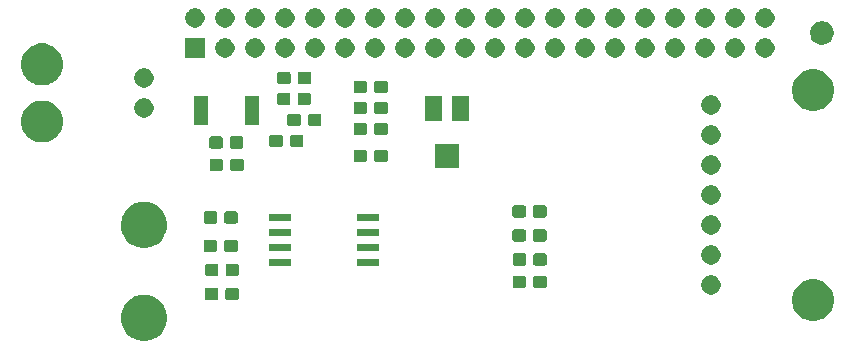
<source format=gbr>
G04 #@! TF.GenerationSoftware,KiCad,Pcbnew,(5.1.2)-1*
G04 #@! TF.CreationDate,2020-10-04T17:45:05-05:00*
G04 #@! TF.ProjectId,Senior Design,53656e69-6f72-4204-9465-7369676e2e6b,rev?*
G04 #@! TF.SameCoordinates,Original*
G04 #@! TF.FileFunction,Soldermask,Top*
G04 #@! TF.FilePolarity,Negative*
%FSLAX46Y46*%
G04 Gerber Fmt 4.6, Leading zero omitted, Abs format (unit mm)*
G04 Created by KiCad (PCBNEW (5.1.2)-1) date 2020-10-04 17:45:05*
%MOMM*%
%LPD*%
G04 APERTURE LIST*
%ADD10C,0.100000*%
G04 APERTURE END LIST*
D10*
G36*
X119062579Y-86486112D02*
G01*
X119188544Y-86511168D01*
X119335991Y-86572243D01*
X119544512Y-86658615D01*
X119575562Y-86679362D01*
X119864877Y-86872676D01*
X120137324Y-87145123D01*
X120280355Y-87359184D01*
X120351385Y-87465488D01*
X120498832Y-87821457D01*
X120574000Y-88199349D01*
X120574000Y-88584651D01*
X120498832Y-88962543D01*
X120351385Y-89318512D01*
X120351384Y-89318513D01*
X120137324Y-89638877D01*
X119864877Y-89911324D01*
X119650816Y-90054355D01*
X119544512Y-90125385D01*
X119335991Y-90211757D01*
X119188544Y-90272832D01*
X119062579Y-90297888D01*
X118810651Y-90348000D01*
X118425349Y-90348000D01*
X118173421Y-90297888D01*
X118047456Y-90272832D01*
X117900009Y-90211757D01*
X117691488Y-90125385D01*
X117585184Y-90054355D01*
X117371123Y-89911324D01*
X117098676Y-89638877D01*
X116884616Y-89318513D01*
X116884615Y-89318512D01*
X116737168Y-88962543D01*
X116662000Y-88584651D01*
X116662000Y-88199349D01*
X116737168Y-87821457D01*
X116884615Y-87465488D01*
X116955645Y-87359184D01*
X117098676Y-87145123D01*
X117371123Y-86872676D01*
X117660438Y-86679362D01*
X117691488Y-86658615D01*
X117900009Y-86572243D01*
X118047456Y-86511168D01*
X118173421Y-86486112D01*
X118425349Y-86436000D01*
X118810651Y-86436000D01*
X119062579Y-86486112D01*
X119062579Y-86486112D01*
G37*
G36*
X175778039Y-85160250D02*
G01*
X175967372Y-85238675D01*
X176101251Y-85294129D01*
X176392134Y-85488491D01*
X176639509Y-85735866D01*
X176833871Y-86026749D01*
X176833871Y-86026750D01*
X176967750Y-86349961D01*
X177036000Y-86693078D01*
X177036000Y-87042922D01*
X176967750Y-87386039D01*
X176934841Y-87465487D01*
X176833871Y-87709251D01*
X176639509Y-88000134D01*
X176392134Y-88247509D01*
X176101251Y-88441871D01*
X175967372Y-88497325D01*
X175778039Y-88575750D01*
X175434922Y-88644000D01*
X175085078Y-88644000D01*
X174741961Y-88575750D01*
X174552628Y-88497325D01*
X174418749Y-88441871D01*
X174127866Y-88247509D01*
X173880491Y-88000134D01*
X173686129Y-87709251D01*
X173585159Y-87465487D01*
X173552250Y-87386039D01*
X173484000Y-87042922D01*
X173484000Y-86693078D01*
X173552250Y-86349961D01*
X173686129Y-86026750D01*
X173686129Y-86026749D01*
X173880491Y-85735866D01*
X174127866Y-85488491D01*
X174418749Y-85294129D01*
X174552628Y-85238675D01*
X174741961Y-85160250D01*
X175085078Y-85092000D01*
X175434922Y-85092000D01*
X175778039Y-85160250D01*
X175778039Y-85160250D01*
G37*
G36*
X124747499Y-85838445D02*
G01*
X124784995Y-85849820D01*
X124819554Y-85868292D01*
X124849847Y-85893153D01*
X124874708Y-85923446D01*
X124893180Y-85958005D01*
X124904555Y-85995501D01*
X124909000Y-86040638D01*
X124909000Y-86679362D01*
X124904555Y-86724499D01*
X124893180Y-86761995D01*
X124874708Y-86796554D01*
X124849847Y-86826847D01*
X124819554Y-86851708D01*
X124784995Y-86870180D01*
X124747499Y-86881555D01*
X124702362Y-86886000D01*
X123963638Y-86886000D01*
X123918501Y-86881555D01*
X123881005Y-86870180D01*
X123846446Y-86851708D01*
X123816153Y-86826847D01*
X123791292Y-86796554D01*
X123772820Y-86761995D01*
X123761445Y-86724499D01*
X123757000Y-86679362D01*
X123757000Y-86040638D01*
X123761445Y-85995501D01*
X123772820Y-85958005D01*
X123791292Y-85923446D01*
X123816153Y-85893153D01*
X123846446Y-85868292D01*
X123881005Y-85849820D01*
X123918501Y-85838445D01*
X123963638Y-85834000D01*
X124702362Y-85834000D01*
X124747499Y-85838445D01*
X124747499Y-85838445D01*
G37*
G36*
X126497499Y-85838445D02*
G01*
X126534995Y-85849820D01*
X126569554Y-85868292D01*
X126599847Y-85893153D01*
X126624708Y-85923446D01*
X126643180Y-85958005D01*
X126654555Y-85995501D01*
X126659000Y-86040638D01*
X126659000Y-86679362D01*
X126654555Y-86724499D01*
X126643180Y-86761995D01*
X126624708Y-86796554D01*
X126599847Y-86826847D01*
X126569554Y-86851708D01*
X126534995Y-86870180D01*
X126497499Y-86881555D01*
X126452362Y-86886000D01*
X125713638Y-86886000D01*
X125668501Y-86881555D01*
X125631005Y-86870180D01*
X125596446Y-86851708D01*
X125566153Y-86826847D01*
X125541292Y-86796554D01*
X125522820Y-86761995D01*
X125511445Y-86724499D01*
X125507000Y-86679362D01*
X125507000Y-86040638D01*
X125511445Y-85995501D01*
X125522820Y-85958005D01*
X125541292Y-85923446D01*
X125566153Y-85893153D01*
X125596446Y-85868292D01*
X125631005Y-85849820D01*
X125668501Y-85838445D01*
X125713638Y-85834000D01*
X126452362Y-85834000D01*
X126497499Y-85838445D01*
X126497499Y-85838445D01*
G37*
G36*
X166861142Y-84816242D02*
G01*
X167009101Y-84877529D01*
X167142255Y-84966499D01*
X167255501Y-85079745D01*
X167344471Y-85212899D01*
X167405758Y-85360858D01*
X167437000Y-85517925D01*
X167437000Y-85678075D01*
X167405758Y-85835142D01*
X167344471Y-85983101D01*
X167255501Y-86116255D01*
X167142255Y-86229501D01*
X167009101Y-86318471D01*
X166861142Y-86379758D01*
X166704075Y-86411000D01*
X166543925Y-86411000D01*
X166386858Y-86379758D01*
X166238899Y-86318471D01*
X166105745Y-86229501D01*
X165992499Y-86116255D01*
X165903529Y-85983101D01*
X165842242Y-85835142D01*
X165811000Y-85678075D01*
X165811000Y-85517925D01*
X165842242Y-85360858D01*
X165903529Y-85212899D01*
X165992499Y-85079745D01*
X166105745Y-84966499D01*
X166238899Y-84877529D01*
X166386858Y-84816242D01*
X166543925Y-84785000D01*
X166704075Y-84785000D01*
X166861142Y-84816242D01*
X166861142Y-84816242D01*
G37*
G36*
X152560499Y-84822445D02*
G01*
X152597995Y-84833820D01*
X152632554Y-84852292D01*
X152662847Y-84877153D01*
X152687708Y-84907446D01*
X152706180Y-84942005D01*
X152717555Y-84979501D01*
X152722000Y-85024638D01*
X152722000Y-85663362D01*
X152717555Y-85708499D01*
X152706180Y-85745995D01*
X152687708Y-85780554D01*
X152662847Y-85810847D01*
X152632554Y-85835708D01*
X152597995Y-85854180D01*
X152560499Y-85865555D01*
X152515362Y-85870000D01*
X151776638Y-85870000D01*
X151731501Y-85865555D01*
X151694005Y-85854180D01*
X151659446Y-85835708D01*
X151629153Y-85810847D01*
X151604292Y-85780554D01*
X151585820Y-85745995D01*
X151574445Y-85708499D01*
X151570000Y-85663362D01*
X151570000Y-85024638D01*
X151574445Y-84979501D01*
X151585820Y-84942005D01*
X151604292Y-84907446D01*
X151629153Y-84877153D01*
X151659446Y-84852292D01*
X151694005Y-84833820D01*
X151731501Y-84822445D01*
X151776638Y-84818000D01*
X152515362Y-84818000D01*
X152560499Y-84822445D01*
X152560499Y-84822445D01*
G37*
G36*
X150810499Y-84822445D02*
G01*
X150847995Y-84833820D01*
X150882554Y-84852292D01*
X150912847Y-84877153D01*
X150937708Y-84907446D01*
X150956180Y-84942005D01*
X150967555Y-84979501D01*
X150972000Y-85024638D01*
X150972000Y-85663362D01*
X150967555Y-85708499D01*
X150956180Y-85745995D01*
X150937708Y-85780554D01*
X150912847Y-85810847D01*
X150882554Y-85835708D01*
X150847995Y-85854180D01*
X150810499Y-85865555D01*
X150765362Y-85870000D01*
X150026638Y-85870000D01*
X149981501Y-85865555D01*
X149944005Y-85854180D01*
X149909446Y-85835708D01*
X149879153Y-85810847D01*
X149854292Y-85780554D01*
X149835820Y-85745995D01*
X149824445Y-85708499D01*
X149820000Y-85663362D01*
X149820000Y-85024638D01*
X149824445Y-84979501D01*
X149835820Y-84942005D01*
X149854292Y-84907446D01*
X149879153Y-84877153D01*
X149909446Y-84852292D01*
X149944005Y-84833820D01*
X149981501Y-84822445D01*
X150026638Y-84818000D01*
X150765362Y-84818000D01*
X150810499Y-84822445D01*
X150810499Y-84822445D01*
G37*
G36*
X124761499Y-83806445D02*
G01*
X124798995Y-83817820D01*
X124833554Y-83836292D01*
X124863847Y-83861153D01*
X124888708Y-83891446D01*
X124907180Y-83926005D01*
X124918555Y-83963501D01*
X124923000Y-84008638D01*
X124923000Y-84647362D01*
X124918555Y-84692499D01*
X124907180Y-84729995D01*
X124888708Y-84764554D01*
X124863847Y-84794847D01*
X124833554Y-84819708D01*
X124798995Y-84838180D01*
X124761499Y-84849555D01*
X124716362Y-84854000D01*
X123977638Y-84854000D01*
X123932501Y-84849555D01*
X123895005Y-84838180D01*
X123860446Y-84819708D01*
X123830153Y-84794847D01*
X123805292Y-84764554D01*
X123786820Y-84729995D01*
X123775445Y-84692499D01*
X123771000Y-84647362D01*
X123771000Y-84008638D01*
X123775445Y-83963501D01*
X123786820Y-83926005D01*
X123805292Y-83891446D01*
X123830153Y-83861153D01*
X123860446Y-83836292D01*
X123895005Y-83817820D01*
X123932501Y-83806445D01*
X123977638Y-83802000D01*
X124716362Y-83802000D01*
X124761499Y-83806445D01*
X124761499Y-83806445D01*
G37*
G36*
X126511499Y-83806445D02*
G01*
X126548995Y-83817820D01*
X126583554Y-83836292D01*
X126613847Y-83861153D01*
X126638708Y-83891446D01*
X126657180Y-83926005D01*
X126668555Y-83963501D01*
X126673000Y-84008638D01*
X126673000Y-84647362D01*
X126668555Y-84692499D01*
X126657180Y-84729995D01*
X126638708Y-84764554D01*
X126613847Y-84794847D01*
X126583554Y-84819708D01*
X126548995Y-84838180D01*
X126511499Y-84849555D01*
X126466362Y-84854000D01*
X125727638Y-84854000D01*
X125682501Y-84849555D01*
X125645005Y-84838180D01*
X125610446Y-84819708D01*
X125580153Y-84794847D01*
X125555292Y-84764554D01*
X125536820Y-84729995D01*
X125525445Y-84692499D01*
X125521000Y-84647362D01*
X125521000Y-84008638D01*
X125525445Y-83963501D01*
X125536820Y-83926005D01*
X125555292Y-83891446D01*
X125580153Y-83861153D01*
X125610446Y-83836292D01*
X125645005Y-83817820D01*
X125682501Y-83806445D01*
X125727638Y-83802000D01*
X126466362Y-83802000D01*
X126511499Y-83806445D01*
X126511499Y-83806445D01*
G37*
G36*
X131084000Y-84019000D02*
G01*
X129232000Y-84019000D01*
X129232000Y-83367000D01*
X131084000Y-83367000D01*
X131084000Y-84019000D01*
X131084000Y-84019000D01*
G37*
G36*
X138484000Y-84019000D02*
G01*
X136632000Y-84019000D01*
X136632000Y-83367000D01*
X138484000Y-83367000D01*
X138484000Y-84019000D01*
X138484000Y-84019000D01*
G37*
G36*
X152560499Y-82917445D02*
G01*
X152597995Y-82928820D01*
X152632554Y-82947292D01*
X152662847Y-82972153D01*
X152687708Y-83002446D01*
X152706180Y-83037005D01*
X152717555Y-83074501D01*
X152722000Y-83119638D01*
X152722000Y-83758362D01*
X152717555Y-83803499D01*
X152706180Y-83840995D01*
X152687708Y-83875554D01*
X152662847Y-83905847D01*
X152632554Y-83930708D01*
X152597995Y-83949180D01*
X152560499Y-83960555D01*
X152515362Y-83965000D01*
X151776638Y-83965000D01*
X151731501Y-83960555D01*
X151694005Y-83949180D01*
X151659446Y-83930708D01*
X151629153Y-83905847D01*
X151604292Y-83875554D01*
X151585820Y-83840995D01*
X151574445Y-83803499D01*
X151570000Y-83758362D01*
X151570000Y-83119638D01*
X151574445Y-83074501D01*
X151585820Y-83037005D01*
X151604292Y-83002446D01*
X151629153Y-82972153D01*
X151659446Y-82947292D01*
X151694005Y-82928820D01*
X151731501Y-82917445D01*
X151776638Y-82913000D01*
X152515362Y-82913000D01*
X152560499Y-82917445D01*
X152560499Y-82917445D01*
G37*
G36*
X150810499Y-82917445D02*
G01*
X150847995Y-82928820D01*
X150882554Y-82947292D01*
X150912847Y-82972153D01*
X150937708Y-83002446D01*
X150956180Y-83037005D01*
X150967555Y-83074501D01*
X150972000Y-83119638D01*
X150972000Y-83758362D01*
X150967555Y-83803499D01*
X150956180Y-83840995D01*
X150937708Y-83875554D01*
X150912847Y-83905847D01*
X150882554Y-83930708D01*
X150847995Y-83949180D01*
X150810499Y-83960555D01*
X150765362Y-83965000D01*
X150026638Y-83965000D01*
X149981501Y-83960555D01*
X149944005Y-83949180D01*
X149909446Y-83930708D01*
X149879153Y-83905847D01*
X149854292Y-83875554D01*
X149835820Y-83840995D01*
X149824445Y-83803499D01*
X149820000Y-83758362D01*
X149820000Y-83119638D01*
X149824445Y-83074501D01*
X149835820Y-83037005D01*
X149854292Y-83002446D01*
X149879153Y-82972153D01*
X149909446Y-82947292D01*
X149944005Y-82928820D01*
X149981501Y-82917445D01*
X150026638Y-82913000D01*
X150765362Y-82913000D01*
X150810499Y-82917445D01*
X150810499Y-82917445D01*
G37*
G36*
X166861142Y-82276242D02*
G01*
X167009101Y-82337529D01*
X167142255Y-82426499D01*
X167255501Y-82539745D01*
X167344471Y-82672899D01*
X167405758Y-82820858D01*
X167437000Y-82977925D01*
X167437000Y-83138075D01*
X167405758Y-83295142D01*
X167344471Y-83443101D01*
X167255501Y-83576255D01*
X167142255Y-83689501D01*
X167009101Y-83778471D01*
X166861142Y-83839758D01*
X166704075Y-83871000D01*
X166543925Y-83871000D01*
X166386858Y-83839758D01*
X166238899Y-83778471D01*
X166105745Y-83689501D01*
X165992499Y-83576255D01*
X165903529Y-83443101D01*
X165842242Y-83295142D01*
X165811000Y-83138075D01*
X165811000Y-82977925D01*
X165842242Y-82820858D01*
X165903529Y-82672899D01*
X165992499Y-82539745D01*
X166105745Y-82426499D01*
X166238899Y-82337529D01*
X166386858Y-82276242D01*
X166543925Y-82245000D01*
X166704075Y-82245000D01*
X166861142Y-82276242D01*
X166861142Y-82276242D01*
G37*
G36*
X126398499Y-81774445D02*
G01*
X126435995Y-81785820D01*
X126470554Y-81804292D01*
X126500847Y-81829153D01*
X126525708Y-81859446D01*
X126544180Y-81894005D01*
X126555555Y-81931501D01*
X126560000Y-81976638D01*
X126560000Y-82615362D01*
X126555555Y-82660499D01*
X126544180Y-82697995D01*
X126525708Y-82732554D01*
X126500847Y-82762847D01*
X126470554Y-82787708D01*
X126435995Y-82806180D01*
X126398499Y-82817555D01*
X126353362Y-82822000D01*
X125614638Y-82822000D01*
X125569501Y-82817555D01*
X125532005Y-82806180D01*
X125497446Y-82787708D01*
X125467153Y-82762847D01*
X125442292Y-82732554D01*
X125423820Y-82697995D01*
X125412445Y-82660499D01*
X125408000Y-82615362D01*
X125408000Y-81976638D01*
X125412445Y-81931501D01*
X125423820Y-81894005D01*
X125442292Y-81859446D01*
X125467153Y-81829153D01*
X125497446Y-81804292D01*
X125532005Y-81785820D01*
X125569501Y-81774445D01*
X125614638Y-81770000D01*
X126353362Y-81770000D01*
X126398499Y-81774445D01*
X126398499Y-81774445D01*
G37*
G36*
X124648499Y-81774445D02*
G01*
X124685995Y-81785820D01*
X124720554Y-81804292D01*
X124750847Y-81829153D01*
X124775708Y-81859446D01*
X124794180Y-81894005D01*
X124805555Y-81931501D01*
X124810000Y-81976638D01*
X124810000Y-82615362D01*
X124805555Y-82660499D01*
X124794180Y-82697995D01*
X124775708Y-82732554D01*
X124750847Y-82762847D01*
X124720554Y-82787708D01*
X124685995Y-82806180D01*
X124648499Y-82817555D01*
X124603362Y-82822000D01*
X123864638Y-82822000D01*
X123819501Y-82817555D01*
X123782005Y-82806180D01*
X123747446Y-82787708D01*
X123717153Y-82762847D01*
X123692292Y-82732554D01*
X123673820Y-82697995D01*
X123662445Y-82660499D01*
X123658000Y-82615362D01*
X123658000Y-81976638D01*
X123662445Y-81931501D01*
X123673820Y-81894005D01*
X123692292Y-81859446D01*
X123717153Y-81829153D01*
X123747446Y-81804292D01*
X123782005Y-81785820D01*
X123819501Y-81774445D01*
X123864638Y-81770000D01*
X124603362Y-81770000D01*
X124648499Y-81774445D01*
X124648499Y-81774445D01*
G37*
G36*
X131084000Y-82749000D02*
G01*
X129232000Y-82749000D01*
X129232000Y-82097000D01*
X131084000Y-82097000D01*
X131084000Y-82749000D01*
X131084000Y-82749000D01*
G37*
G36*
X138484000Y-82749000D02*
G01*
X136632000Y-82749000D01*
X136632000Y-82097000D01*
X138484000Y-82097000D01*
X138484000Y-82749000D01*
X138484000Y-82749000D01*
G37*
G36*
X119049443Y-78609499D02*
G01*
X119188544Y-78637168D01*
X119335991Y-78698243D01*
X119544512Y-78784615D01*
X119640871Y-78849000D01*
X119864877Y-78998676D01*
X120137324Y-79271123D01*
X120234230Y-79416153D01*
X120351385Y-79591488D01*
X120398403Y-79705000D01*
X120498832Y-79947456D01*
X120509233Y-79999745D01*
X120574000Y-80325349D01*
X120574000Y-80710651D01*
X120540115Y-80881000D01*
X120498832Y-81088544D01*
X120437757Y-81235991D01*
X120351385Y-81444512D01*
X120351384Y-81444513D01*
X120137324Y-81764877D01*
X119864877Y-82037324D01*
X119775565Y-82097000D01*
X119544512Y-82251385D01*
X119336542Y-82337529D01*
X119188544Y-82398832D01*
X119062579Y-82423888D01*
X118810651Y-82474000D01*
X118425349Y-82474000D01*
X118173421Y-82423888D01*
X118047456Y-82398832D01*
X117899458Y-82337529D01*
X117691488Y-82251385D01*
X117460435Y-82097000D01*
X117371123Y-82037324D01*
X117098676Y-81764877D01*
X116884616Y-81444513D01*
X116884615Y-81444512D01*
X116798243Y-81235991D01*
X116737168Y-81088544D01*
X116695885Y-80881000D01*
X116662000Y-80710651D01*
X116662000Y-80325349D01*
X116726767Y-79999745D01*
X116737168Y-79947456D01*
X116837597Y-79705000D01*
X116884615Y-79591488D01*
X117001770Y-79416153D01*
X117098676Y-79271123D01*
X117371123Y-78998676D01*
X117595129Y-78849000D01*
X117691488Y-78784615D01*
X117900009Y-78698243D01*
X118047456Y-78637168D01*
X118186557Y-78609499D01*
X118425349Y-78562000D01*
X118810651Y-78562000D01*
X119049443Y-78609499D01*
X119049443Y-78609499D01*
G37*
G36*
X152546499Y-80885445D02*
G01*
X152583995Y-80896820D01*
X152618554Y-80915292D01*
X152648847Y-80940153D01*
X152673708Y-80970446D01*
X152692180Y-81005005D01*
X152703555Y-81042501D01*
X152708000Y-81087638D01*
X152708000Y-81726362D01*
X152703555Y-81771499D01*
X152692180Y-81808995D01*
X152673708Y-81843554D01*
X152648847Y-81873847D01*
X152618554Y-81898708D01*
X152583995Y-81917180D01*
X152546499Y-81928555D01*
X152501362Y-81933000D01*
X151762638Y-81933000D01*
X151717501Y-81928555D01*
X151680005Y-81917180D01*
X151645446Y-81898708D01*
X151615153Y-81873847D01*
X151590292Y-81843554D01*
X151571820Y-81808995D01*
X151560445Y-81771499D01*
X151556000Y-81726362D01*
X151556000Y-81087638D01*
X151560445Y-81042501D01*
X151571820Y-81005005D01*
X151590292Y-80970446D01*
X151615153Y-80940153D01*
X151645446Y-80915292D01*
X151680005Y-80896820D01*
X151717501Y-80885445D01*
X151762638Y-80881000D01*
X152501362Y-80881000D01*
X152546499Y-80885445D01*
X152546499Y-80885445D01*
G37*
G36*
X150796499Y-80885445D02*
G01*
X150833995Y-80896820D01*
X150868554Y-80915292D01*
X150898847Y-80940153D01*
X150923708Y-80970446D01*
X150942180Y-81005005D01*
X150953555Y-81042501D01*
X150958000Y-81087638D01*
X150958000Y-81726362D01*
X150953555Y-81771499D01*
X150942180Y-81808995D01*
X150923708Y-81843554D01*
X150898847Y-81873847D01*
X150868554Y-81898708D01*
X150833995Y-81917180D01*
X150796499Y-81928555D01*
X150751362Y-81933000D01*
X150012638Y-81933000D01*
X149967501Y-81928555D01*
X149930005Y-81917180D01*
X149895446Y-81898708D01*
X149865153Y-81873847D01*
X149840292Y-81843554D01*
X149821820Y-81808995D01*
X149810445Y-81771499D01*
X149806000Y-81726362D01*
X149806000Y-81087638D01*
X149810445Y-81042501D01*
X149821820Y-81005005D01*
X149840292Y-80970446D01*
X149865153Y-80940153D01*
X149895446Y-80915292D01*
X149930005Y-80896820D01*
X149967501Y-80885445D01*
X150012638Y-80881000D01*
X150751362Y-80881000D01*
X150796499Y-80885445D01*
X150796499Y-80885445D01*
G37*
G36*
X131084000Y-81479000D02*
G01*
X129232000Y-81479000D01*
X129232000Y-80827000D01*
X131084000Y-80827000D01*
X131084000Y-81479000D01*
X131084000Y-81479000D01*
G37*
G36*
X138484000Y-81479000D02*
G01*
X136632000Y-81479000D01*
X136632000Y-80827000D01*
X138484000Y-80827000D01*
X138484000Y-81479000D01*
X138484000Y-81479000D01*
G37*
G36*
X166861142Y-79736242D02*
G01*
X167009101Y-79797529D01*
X167142255Y-79886499D01*
X167255501Y-79999745D01*
X167344471Y-80132899D01*
X167405758Y-80280858D01*
X167437000Y-80437925D01*
X167437000Y-80598075D01*
X167405758Y-80755142D01*
X167344471Y-80903101D01*
X167255501Y-81036255D01*
X167142255Y-81149501D01*
X167009101Y-81238471D01*
X166861142Y-81299758D01*
X166704075Y-81331000D01*
X166543925Y-81331000D01*
X166386858Y-81299758D01*
X166238899Y-81238471D01*
X166105745Y-81149501D01*
X165992499Y-81036255D01*
X165903529Y-80903101D01*
X165842242Y-80755142D01*
X165811000Y-80598075D01*
X165811000Y-80437925D01*
X165842242Y-80280858D01*
X165903529Y-80132899D01*
X165992499Y-79999745D01*
X166105745Y-79886499D01*
X166238899Y-79797529D01*
X166386858Y-79736242D01*
X166543925Y-79705000D01*
X166704075Y-79705000D01*
X166861142Y-79736242D01*
X166861142Y-79736242D01*
G37*
G36*
X124648499Y-79361445D02*
G01*
X124685995Y-79372820D01*
X124720554Y-79391292D01*
X124750847Y-79416153D01*
X124775708Y-79446446D01*
X124794180Y-79481005D01*
X124805555Y-79518501D01*
X124810000Y-79563638D01*
X124810000Y-80202362D01*
X124805555Y-80247499D01*
X124794180Y-80284995D01*
X124775708Y-80319554D01*
X124750847Y-80349847D01*
X124720554Y-80374708D01*
X124685995Y-80393180D01*
X124648499Y-80404555D01*
X124603362Y-80409000D01*
X123864638Y-80409000D01*
X123819501Y-80404555D01*
X123782005Y-80393180D01*
X123747446Y-80374708D01*
X123717153Y-80349847D01*
X123692292Y-80319554D01*
X123673820Y-80284995D01*
X123662445Y-80247499D01*
X123658000Y-80202362D01*
X123658000Y-79563638D01*
X123662445Y-79518501D01*
X123673820Y-79481005D01*
X123692292Y-79446446D01*
X123717153Y-79416153D01*
X123747446Y-79391292D01*
X123782005Y-79372820D01*
X123819501Y-79361445D01*
X123864638Y-79357000D01*
X124603362Y-79357000D01*
X124648499Y-79361445D01*
X124648499Y-79361445D01*
G37*
G36*
X126398499Y-79361445D02*
G01*
X126435995Y-79372820D01*
X126470554Y-79391292D01*
X126500847Y-79416153D01*
X126525708Y-79446446D01*
X126544180Y-79481005D01*
X126555555Y-79518501D01*
X126560000Y-79563638D01*
X126560000Y-80202362D01*
X126555555Y-80247499D01*
X126544180Y-80284995D01*
X126525708Y-80319554D01*
X126500847Y-80349847D01*
X126470554Y-80374708D01*
X126435995Y-80393180D01*
X126398499Y-80404555D01*
X126353362Y-80409000D01*
X125614638Y-80409000D01*
X125569501Y-80404555D01*
X125532005Y-80393180D01*
X125497446Y-80374708D01*
X125467153Y-80349847D01*
X125442292Y-80319554D01*
X125423820Y-80284995D01*
X125412445Y-80247499D01*
X125408000Y-80202362D01*
X125408000Y-79563638D01*
X125412445Y-79518501D01*
X125423820Y-79481005D01*
X125442292Y-79446446D01*
X125467153Y-79416153D01*
X125497446Y-79391292D01*
X125532005Y-79372820D01*
X125569501Y-79361445D01*
X125614638Y-79357000D01*
X126353362Y-79357000D01*
X126398499Y-79361445D01*
X126398499Y-79361445D01*
G37*
G36*
X138484000Y-80209000D02*
G01*
X136632000Y-80209000D01*
X136632000Y-79557000D01*
X138484000Y-79557000D01*
X138484000Y-80209000D01*
X138484000Y-80209000D01*
G37*
G36*
X131084000Y-80209000D02*
G01*
X129232000Y-80209000D01*
X129232000Y-79557000D01*
X131084000Y-79557000D01*
X131084000Y-80209000D01*
X131084000Y-80209000D01*
G37*
G36*
X150796499Y-78853445D02*
G01*
X150833995Y-78864820D01*
X150868554Y-78883292D01*
X150898847Y-78908153D01*
X150923708Y-78938446D01*
X150942180Y-78973005D01*
X150953555Y-79010501D01*
X150958000Y-79055638D01*
X150958000Y-79694362D01*
X150953555Y-79739499D01*
X150942180Y-79776995D01*
X150923708Y-79811554D01*
X150898847Y-79841847D01*
X150868554Y-79866708D01*
X150833995Y-79885180D01*
X150796499Y-79896555D01*
X150751362Y-79901000D01*
X150012638Y-79901000D01*
X149967501Y-79896555D01*
X149930005Y-79885180D01*
X149895446Y-79866708D01*
X149865153Y-79841847D01*
X149840292Y-79811554D01*
X149821820Y-79776995D01*
X149810445Y-79739499D01*
X149806000Y-79694362D01*
X149806000Y-79055638D01*
X149810445Y-79010501D01*
X149821820Y-78973005D01*
X149840292Y-78938446D01*
X149865153Y-78908153D01*
X149895446Y-78883292D01*
X149930005Y-78864820D01*
X149967501Y-78853445D01*
X150012638Y-78849000D01*
X150751362Y-78849000D01*
X150796499Y-78853445D01*
X150796499Y-78853445D01*
G37*
G36*
X152546499Y-78853445D02*
G01*
X152583995Y-78864820D01*
X152618554Y-78883292D01*
X152648847Y-78908153D01*
X152673708Y-78938446D01*
X152692180Y-78973005D01*
X152703555Y-79010501D01*
X152708000Y-79055638D01*
X152708000Y-79694362D01*
X152703555Y-79739499D01*
X152692180Y-79776995D01*
X152673708Y-79811554D01*
X152648847Y-79841847D01*
X152618554Y-79866708D01*
X152583995Y-79885180D01*
X152546499Y-79896555D01*
X152501362Y-79901000D01*
X151762638Y-79901000D01*
X151717501Y-79896555D01*
X151680005Y-79885180D01*
X151645446Y-79866708D01*
X151615153Y-79841847D01*
X151590292Y-79811554D01*
X151571820Y-79776995D01*
X151560445Y-79739499D01*
X151556000Y-79694362D01*
X151556000Y-79055638D01*
X151560445Y-79010501D01*
X151571820Y-78973005D01*
X151590292Y-78938446D01*
X151615153Y-78908153D01*
X151645446Y-78883292D01*
X151680005Y-78864820D01*
X151717501Y-78853445D01*
X151762638Y-78849000D01*
X152501362Y-78849000D01*
X152546499Y-78853445D01*
X152546499Y-78853445D01*
G37*
G36*
X166861142Y-77196242D02*
G01*
X167009101Y-77257529D01*
X167142255Y-77346499D01*
X167255501Y-77459745D01*
X167344471Y-77592899D01*
X167405758Y-77740858D01*
X167437000Y-77897925D01*
X167437000Y-78058075D01*
X167405758Y-78215142D01*
X167344471Y-78363101D01*
X167255501Y-78496255D01*
X167142255Y-78609501D01*
X167009101Y-78698471D01*
X166861142Y-78759758D01*
X166704075Y-78791000D01*
X166543925Y-78791000D01*
X166386858Y-78759758D01*
X166238899Y-78698471D01*
X166105745Y-78609501D01*
X165992499Y-78496255D01*
X165903529Y-78363101D01*
X165842242Y-78215142D01*
X165811000Y-78058075D01*
X165811000Y-77897925D01*
X165842242Y-77740858D01*
X165903529Y-77592899D01*
X165992499Y-77459745D01*
X166105745Y-77346499D01*
X166238899Y-77257529D01*
X166386858Y-77196242D01*
X166543925Y-77165000D01*
X166704075Y-77165000D01*
X166861142Y-77196242D01*
X166861142Y-77196242D01*
G37*
G36*
X166861142Y-74656242D02*
G01*
X167009101Y-74717529D01*
X167142255Y-74806499D01*
X167255501Y-74919745D01*
X167344471Y-75052899D01*
X167405758Y-75200858D01*
X167437000Y-75357925D01*
X167437000Y-75518075D01*
X167405758Y-75675142D01*
X167344471Y-75823101D01*
X167255501Y-75956255D01*
X167142255Y-76069501D01*
X167009101Y-76158471D01*
X166861142Y-76219758D01*
X166704075Y-76251000D01*
X166543925Y-76251000D01*
X166386858Y-76219758D01*
X166238899Y-76158471D01*
X166105745Y-76069501D01*
X165992499Y-75956255D01*
X165903529Y-75823101D01*
X165842242Y-75675142D01*
X165811000Y-75518075D01*
X165811000Y-75357925D01*
X165842242Y-75200858D01*
X165903529Y-75052899D01*
X165992499Y-74919745D01*
X166105745Y-74806499D01*
X166238899Y-74717529D01*
X166386858Y-74656242D01*
X166543925Y-74625000D01*
X166704075Y-74625000D01*
X166861142Y-74656242D01*
X166861142Y-74656242D01*
G37*
G36*
X126906499Y-74916445D02*
G01*
X126943995Y-74927820D01*
X126978554Y-74946292D01*
X127008847Y-74971153D01*
X127033708Y-75001446D01*
X127052180Y-75036005D01*
X127063555Y-75073501D01*
X127068000Y-75118638D01*
X127068000Y-75757362D01*
X127063555Y-75802499D01*
X127052180Y-75839995D01*
X127033708Y-75874554D01*
X127008847Y-75904847D01*
X126978554Y-75929708D01*
X126943995Y-75948180D01*
X126906499Y-75959555D01*
X126861362Y-75964000D01*
X126122638Y-75964000D01*
X126077501Y-75959555D01*
X126040005Y-75948180D01*
X126005446Y-75929708D01*
X125975153Y-75904847D01*
X125950292Y-75874554D01*
X125931820Y-75839995D01*
X125920445Y-75802499D01*
X125916000Y-75757362D01*
X125916000Y-75118638D01*
X125920445Y-75073501D01*
X125931820Y-75036005D01*
X125950292Y-75001446D01*
X125975153Y-74971153D01*
X126005446Y-74946292D01*
X126040005Y-74927820D01*
X126077501Y-74916445D01*
X126122638Y-74912000D01*
X126861362Y-74912000D01*
X126906499Y-74916445D01*
X126906499Y-74916445D01*
G37*
G36*
X125156499Y-74916445D02*
G01*
X125193995Y-74927820D01*
X125228554Y-74946292D01*
X125258847Y-74971153D01*
X125283708Y-75001446D01*
X125302180Y-75036005D01*
X125313555Y-75073501D01*
X125318000Y-75118638D01*
X125318000Y-75757362D01*
X125313555Y-75802499D01*
X125302180Y-75839995D01*
X125283708Y-75874554D01*
X125258847Y-75904847D01*
X125228554Y-75929708D01*
X125193995Y-75948180D01*
X125156499Y-75959555D01*
X125111362Y-75964000D01*
X124372638Y-75964000D01*
X124327501Y-75959555D01*
X124290005Y-75948180D01*
X124255446Y-75929708D01*
X124225153Y-75904847D01*
X124200292Y-75874554D01*
X124181820Y-75839995D01*
X124170445Y-75802499D01*
X124166000Y-75757362D01*
X124166000Y-75118638D01*
X124170445Y-75073501D01*
X124181820Y-75036005D01*
X124200292Y-75001446D01*
X124225153Y-74971153D01*
X124255446Y-74946292D01*
X124290005Y-74927820D01*
X124327501Y-74916445D01*
X124372638Y-74912000D01*
X125111362Y-74912000D01*
X125156499Y-74916445D01*
X125156499Y-74916445D01*
G37*
G36*
X145323000Y-75727000D02*
G01*
X143221000Y-75727000D01*
X143221000Y-73625000D01*
X145323000Y-73625000D01*
X145323000Y-75727000D01*
X145323000Y-75727000D01*
G37*
G36*
X139098499Y-74154445D02*
G01*
X139135995Y-74165820D01*
X139170554Y-74184292D01*
X139200847Y-74209153D01*
X139225708Y-74239446D01*
X139244180Y-74274005D01*
X139255555Y-74311501D01*
X139260000Y-74356638D01*
X139260000Y-74995362D01*
X139255555Y-75040499D01*
X139244180Y-75077995D01*
X139225708Y-75112554D01*
X139200847Y-75142847D01*
X139170554Y-75167708D01*
X139135995Y-75186180D01*
X139098499Y-75197555D01*
X139053362Y-75202000D01*
X138314638Y-75202000D01*
X138269501Y-75197555D01*
X138232005Y-75186180D01*
X138197446Y-75167708D01*
X138167153Y-75142847D01*
X138142292Y-75112554D01*
X138123820Y-75077995D01*
X138112445Y-75040499D01*
X138108000Y-74995362D01*
X138108000Y-74356638D01*
X138112445Y-74311501D01*
X138123820Y-74274005D01*
X138142292Y-74239446D01*
X138167153Y-74209153D01*
X138197446Y-74184292D01*
X138232005Y-74165820D01*
X138269501Y-74154445D01*
X138314638Y-74150000D01*
X139053362Y-74150000D01*
X139098499Y-74154445D01*
X139098499Y-74154445D01*
G37*
G36*
X137348499Y-74154445D02*
G01*
X137385995Y-74165820D01*
X137420554Y-74184292D01*
X137450847Y-74209153D01*
X137475708Y-74239446D01*
X137494180Y-74274005D01*
X137505555Y-74311501D01*
X137510000Y-74356638D01*
X137510000Y-74995362D01*
X137505555Y-75040499D01*
X137494180Y-75077995D01*
X137475708Y-75112554D01*
X137450847Y-75142847D01*
X137420554Y-75167708D01*
X137385995Y-75186180D01*
X137348499Y-75197555D01*
X137303362Y-75202000D01*
X136564638Y-75202000D01*
X136519501Y-75197555D01*
X136482005Y-75186180D01*
X136447446Y-75167708D01*
X136417153Y-75142847D01*
X136392292Y-75112554D01*
X136373820Y-75077995D01*
X136362445Y-75040499D01*
X136358000Y-74995362D01*
X136358000Y-74356638D01*
X136362445Y-74311501D01*
X136373820Y-74274005D01*
X136392292Y-74239446D01*
X136417153Y-74209153D01*
X136447446Y-74184292D01*
X136482005Y-74165820D01*
X136519501Y-74154445D01*
X136564638Y-74150000D01*
X137303362Y-74150000D01*
X137348499Y-74154445D01*
X137348499Y-74154445D01*
G37*
G36*
X125128499Y-73011445D02*
G01*
X125165995Y-73022820D01*
X125200554Y-73041292D01*
X125230847Y-73066153D01*
X125255708Y-73096446D01*
X125274180Y-73131005D01*
X125285555Y-73168501D01*
X125290000Y-73213638D01*
X125290000Y-73852362D01*
X125285555Y-73897499D01*
X125274180Y-73934995D01*
X125255708Y-73969554D01*
X125230847Y-73999847D01*
X125200554Y-74024708D01*
X125165995Y-74043180D01*
X125128499Y-74054555D01*
X125083362Y-74059000D01*
X124344638Y-74059000D01*
X124299501Y-74054555D01*
X124262005Y-74043180D01*
X124227446Y-74024708D01*
X124197153Y-73999847D01*
X124172292Y-73969554D01*
X124153820Y-73934995D01*
X124142445Y-73897499D01*
X124138000Y-73852362D01*
X124138000Y-73213638D01*
X124142445Y-73168501D01*
X124153820Y-73131005D01*
X124172292Y-73096446D01*
X124197153Y-73066153D01*
X124227446Y-73041292D01*
X124262005Y-73022820D01*
X124299501Y-73011445D01*
X124344638Y-73007000D01*
X125083362Y-73007000D01*
X125128499Y-73011445D01*
X125128499Y-73011445D01*
G37*
G36*
X126878499Y-73011445D02*
G01*
X126915995Y-73022820D01*
X126950554Y-73041292D01*
X126980847Y-73066153D01*
X127005708Y-73096446D01*
X127024180Y-73131005D01*
X127035555Y-73168501D01*
X127040000Y-73213638D01*
X127040000Y-73852362D01*
X127035555Y-73897499D01*
X127024180Y-73934995D01*
X127005708Y-73969554D01*
X126980847Y-73999847D01*
X126950554Y-74024708D01*
X126915995Y-74043180D01*
X126878499Y-74054555D01*
X126833362Y-74059000D01*
X126094638Y-74059000D01*
X126049501Y-74054555D01*
X126012005Y-74043180D01*
X125977446Y-74024708D01*
X125947153Y-73999847D01*
X125922292Y-73969554D01*
X125903820Y-73934995D01*
X125892445Y-73897499D01*
X125888000Y-73852362D01*
X125888000Y-73213638D01*
X125892445Y-73168501D01*
X125903820Y-73131005D01*
X125922292Y-73096446D01*
X125947153Y-73066153D01*
X125977446Y-73041292D01*
X126012005Y-73022820D01*
X126049501Y-73011445D01*
X126094638Y-73007000D01*
X126833362Y-73007000D01*
X126878499Y-73011445D01*
X126878499Y-73011445D01*
G37*
G36*
X130208499Y-72884445D02*
G01*
X130245995Y-72895820D01*
X130280554Y-72914292D01*
X130310847Y-72939153D01*
X130335708Y-72969446D01*
X130354180Y-73004005D01*
X130365555Y-73041501D01*
X130370000Y-73086638D01*
X130370000Y-73725362D01*
X130365555Y-73770499D01*
X130354180Y-73807995D01*
X130335708Y-73842554D01*
X130310847Y-73872847D01*
X130280554Y-73897708D01*
X130245995Y-73916180D01*
X130208499Y-73927555D01*
X130163362Y-73932000D01*
X129424638Y-73932000D01*
X129379501Y-73927555D01*
X129342005Y-73916180D01*
X129307446Y-73897708D01*
X129277153Y-73872847D01*
X129252292Y-73842554D01*
X129233820Y-73807995D01*
X129222445Y-73770499D01*
X129218000Y-73725362D01*
X129218000Y-73086638D01*
X129222445Y-73041501D01*
X129233820Y-73004005D01*
X129252292Y-72969446D01*
X129277153Y-72939153D01*
X129307446Y-72914292D01*
X129342005Y-72895820D01*
X129379501Y-72884445D01*
X129424638Y-72880000D01*
X130163362Y-72880000D01*
X130208499Y-72884445D01*
X130208499Y-72884445D01*
G37*
G36*
X131958499Y-72884445D02*
G01*
X131995995Y-72895820D01*
X132030554Y-72914292D01*
X132060847Y-72939153D01*
X132085708Y-72969446D01*
X132104180Y-73004005D01*
X132115555Y-73041501D01*
X132120000Y-73086638D01*
X132120000Y-73725362D01*
X132115555Y-73770499D01*
X132104180Y-73807995D01*
X132085708Y-73842554D01*
X132060847Y-73872847D01*
X132030554Y-73897708D01*
X131995995Y-73916180D01*
X131958499Y-73927555D01*
X131913362Y-73932000D01*
X131174638Y-73932000D01*
X131129501Y-73927555D01*
X131092005Y-73916180D01*
X131057446Y-73897708D01*
X131027153Y-73872847D01*
X131002292Y-73842554D01*
X130983820Y-73807995D01*
X130972445Y-73770499D01*
X130968000Y-73725362D01*
X130968000Y-73086638D01*
X130972445Y-73041501D01*
X130983820Y-73004005D01*
X131002292Y-72969446D01*
X131027153Y-72939153D01*
X131057446Y-72914292D01*
X131092005Y-72895820D01*
X131129501Y-72884445D01*
X131174638Y-72880000D01*
X131913362Y-72880000D01*
X131958499Y-72884445D01*
X131958499Y-72884445D01*
G37*
G36*
X166861142Y-72116242D02*
G01*
X167009101Y-72177529D01*
X167142255Y-72266499D01*
X167255501Y-72379745D01*
X167344471Y-72512899D01*
X167405758Y-72660858D01*
X167437000Y-72817925D01*
X167437000Y-72978075D01*
X167405758Y-73135142D01*
X167344471Y-73283101D01*
X167255501Y-73416255D01*
X167142255Y-73529501D01*
X167009101Y-73618471D01*
X166861142Y-73679758D01*
X166704075Y-73711000D01*
X166543925Y-73711000D01*
X166386858Y-73679758D01*
X166238899Y-73618471D01*
X166105745Y-73529501D01*
X165992499Y-73416255D01*
X165903529Y-73283101D01*
X165842242Y-73135142D01*
X165811000Y-72978075D01*
X165811000Y-72817925D01*
X165842242Y-72660858D01*
X165903529Y-72512899D01*
X165992499Y-72379745D01*
X166105745Y-72266499D01*
X166238899Y-72177529D01*
X166386858Y-72116242D01*
X166543925Y-72085000D01*
X166704075Y-72085000D01*
X166861142Y-72116242D01*
X166861142Y-72116242D01*
G37*
G36*
X110496039Y-70049250D02*
G01*
X110633093Y-70106020D01*
X110819251Y-70183129D01*
X111110134Y-70377491D01*
X111357509Y-70624866D01*
X111551871Y-70915749D01*
X111585568Y-70997101D01*
X111685750Y-71238961D01*
X111754000Y-71582078D01*
X111754000Y-71931922D01*
X111685750Y-72275039D01*
X111642380Y-72379743D01*
X111551871Y-72598251D01*
X111357509Y-72889134D01*
X111110134Y-73136509D01*
X110819251Y-73330871D01*
X110685372Y-73386325D01*
X110496039Y-73464750D01*
X110152922Y-73533000D01*
X109803078Y-73533000D01*
X109459961Y-73464750D01*
X109270628Y-73386325D01*
X109136749Y-73330871D01*
X108845866Y-73136509D01*
X108598491Y-72889134D01*
X108404129Y-72598251D01*
X108313620Y-72379743D01*
X108270250Y-72275039D01*
X108202000Y-71931922D01*
X108202000Y-71582078D01*
X108270250Y-71238961D01*
X108370432Y-70997101D01*
X108404129Y-70915749D01*
X108598491Y-70624866D01*
X108845866Y-70377491D01*
X109136749Y-70183129D01*
X109322907Y-70106020D01*
X109459961Y-70049250D01*
X109803078Y-69981000D01*
X110152922Y-69981000D01*
X110496039Y-70049250D01*
X110496039Y-70049250D01*
G37*
G36*
X137348499Y-71868445D02*
G01*
X137385995Y-71879820D01*
X137420554Y-71898292D01*
X137450847Y-71923153D01*
X137475708Y-71953446D01*
X137494180Y-71988005D01*
X137505555Y-72025501D01*
X137510000Y-72070638D01*
X137510000Y-72709362D01*
X137505555Y-72754499D01*
X137494180Y-72791995D01*
X137475708Y-72826554D01*
X137450847Y-72856847D01*
X137420554Y-72881708D01*
X137385995Y-72900180D01*
X137348499Y-72911555D01*
X137303362Y-72916000D01*
X136564638Y-72916000D01*
X136519501Y-72911555D01*
X136482005Y-72900180D01*
X136447446Y-72881708D01*
X136417153Y-72856847D01*
X136392292Y-72826554D01*
X136373820Y-72791995D01*
X136362445Y-72754499D01*
X136358000Y-72709362D01*
X136358000Y-72070638D01*
X136362445Y-72025501D01*
X136373820Y-71988005D01*
X136392292Y-71953446D01*
X136417153Y-71923153D01*
X136447446Y-71898292D01*
X136482005Y-71879820D01*
X136519501Y-71868445D01*
X136564638Y-71864000D01*
X137303362Y-71864000D01*
X137348499Y-71868445D01*
X137348499Y-71868445D01*
G37*
G36*
X139098499Y-71868445D02*
G01*
X139135995Y-71879820D01*
X139170554Y-71898292D01*
X139200847Y-71923153D01*
X139225708Y-71953446D01*
X139244180Y-71988005D01*
X139255555Y-72025501D01*
X139260000Y-72070638D01*
X139260000Y-72709362D01*
X139255555Y-72754499D01*
X139244180Y-72791995D01*
X139225708Y-72826554D01*
X139200847Y-72856847D01*
X139170554Y-72881708D01*
X139135995Y-72900180D01*
X139098499Y-72911555D01*
X139053362Y-72916000D01*
X138314638Y-72916000D01*
X138269501Y-72911555D01*
X138232005Y-72900180D01*
X138197446Y-72881708D01*
X138167153Y-72856847D01*
X138142292Y-72826554D01*
X138123820Y-72791995D01*
X138112445Y-72754499D01*
X138108000Y-72709362D01*
X138108000Y-72070638D01*
X138112445Y-72025501D01*
X138123820Y-71988005D01*
X138142292Y-71953446D01*
X138167153Y-71923153D01*
X138197446Y-71898292D01*
X138232005Y-71879820D01*
X138269501Y-71868445D01*
X138314638Y-71864000D01*
X139053362Y-71864000D01*
X139098499Y-71868445D01*
X139098499Y-71868445D01*
G37*
G36*
X133482499Y-71106445D02*
G01*
X133519995Y-71117820D01*
X133554554Y-71136292D01*
X133584847Y-71161153D01*
X133609708Y-71191446D01*
X133628180Y-71226005D01*
X133639555Y-71263501D01*
X133644000Y-71308638D01*
X133644000Y-71947362D01*
X133639555Y-71992499D01*
X133628180Y-72029995D01*
X133609708Y-72064554D01*
X133584847Y-72094847D01*
X133554554Y-72119708D01*
X133519995Y-72138180D01*
X133482499Y-72149555D01*
X133437362Y-72154000D01*
X132698638Y-72154000D01*
X132653501Y-72149555D01*
X132616005Y-72138180D01*
X132581446Y-72119708D01*
X132551153Y-72094847D01*
X132526292Y-72064554D01*
X132507820Y-72029995D01*
X132496445Y-71992499D01*
X132492000Y-71947362D01*
X132492000Y-71308638D01*
X132496445Y-71263501D01*
X132507820Y-71226005D01*
X132526292Y-71191446D01*
X132551153Y-71161153D01*
X132581446Y-71136292D01*
X132616005Y-71117820D01*
X132653501Y-71106445D01*
X132698638Y-71102000D01*
X133437362Y-71102000D01*
X133482499Y-71106445D01*
X133482499Y-71106445D01*
G37*
G36*
X131732499Y-71106445D02*
G01*
X131769995Y-71117820D01*
X131804554Y-71136292D01*
X131834847Y-71161153D01*
X131859708Y-71191446D01*
X131878180Y-71226005D01*
X131889555Y-71263501D01*
X131894000Y-71308638D01*
X131894000Y-71947362D01*
X131889555Y-71992499D01*
X131878180Y-72029995D01*
X131859708Y-72064554D01*
X131834847Y-72094847D01*
X131804554Y-72119708D01*
X131769995Y-72138180D01*
X131732499Y-72149555D01*
X131687362Y-72154000D01*
X130948638Y-72154000D01*
X130903501Y-72149555D01*
X130866005Y-72138180D01*
X130831446Y-72119708D01*
X130801153Y-72094847D01*
X130776292Y-72064554D01*
X130757820Y-72029995D01*
X130746445Y-71992499D01*
X130742000Y-71947362D01*
X130742000Y-71308638D01*
X130746445Y-71263501D01*
X130757820Y-71226005D01*
X130776292Y-71191446D01*
X130801153Y-71161153D01*
X130831446Y-71136292D01*
X130866005Y-71117820D01*
X130903501Y-71106445D01*
X130948638Y-71102000D01*
X131687362Y-71102000D01*
X131732499Y-71106445D01*
X131732499Y-71106445D01*
G37*
G36*
X128345000Y-72051000D02*
G01*
X127143000Y-72051000D01*
X127143000Y-69599000D01*
X128345000Y-69599000D01*
X128345000Y-72051000D01*
X128345000Y-72051000D01*
G37*
G36*
X124045000Y-72051000D02*
G01*
X122843000Y-72051000D01*
X122843000Y-69599000D01*
X124045000Y-69599000D01*
X124045000Y-72051000D01*
X124045000Y-72051000D01*
G37*
G36*
X146123000Y-71727000D02*
G01*
X144721000Y-71727000D01*
X144721000Y-69625000D01*
X146123000Y-69625000D01*
X146123000Y-71727000D01*
X146123000Y-71727000D01*
G37*
G36*
X143823000Y-71727000D02*
G01*
X142421000Y-71727000D01*
X142421000Y-69625000D01*
X143823000Y-69625000D01*
X143823000Y-71727000D01*
X143823000Y-71727000D01*
G37*
G36*
X118855142Y-69830242D02*
G01*
X119003101Y-69891529D01*
X119136255Y-69980499D01*
X119249501Y-70093745D01*
X119338471Y-70226899D01*
X119399758Y-70374858D01*
X119431000Y-70531925D01*
X119431000Y-70692075D01*
X119399758Y-70849142D01*
X119338471Y-70997101D01*
X119249501Y-71130255D01*
X119136255Y-71243501D01*
X119003101Y-71332471D01*
X118855142Y-71393758D01*
X118698075Y-71425000D01*
X118537925Y-71425000D01*
X118380858Y-71393758D01*
X118232899Y-71332471D01*
X118099745Y-71243501D01*
X117986499Y-71130255D01*
X117897529Y-70997101D01*
X117836242Y-70849142D01*
X117805000Y-70692075D01*
X117805000Y-70531925D01*
X117836242Y-70374858D01*
X117897529Y-70226899D01*
X117986499Y-70093745D01*
X118099745Y-69980499D01*
X118232899Y-69891529D01*
X118380858Y-69830242D01*
X118537925Y-69799000D01*
X118698075Y-69799000D01*
X118855142Y-69830242D01*
X118855142Y-69830242D01*
G37*
G36*
X166861142Y-69576242D02*
G01*
X167009101Y-69637529D01*
X167142255Y-69726499D01*
X167255501Y-69839745D01*
X167344471Y-69972899D01*
X167405758Y-70120858D01*
X167437000Y-70277925D01*
X167437000Y-70438075D01*
X167405758Y-70595142D01*
X167344471Y-70743101D01*
X167255501Y-70876255D01*
X167142255Y-70989501D01*
X167009101Y-71078471D01*
X166861142Y-71139758D01*
X166704075Y-71171000D01*
X166543925Y-71171000D01*
X166386858Y-71139758D01*
X166238899Y-71078471D01*
X166105745Y-70989501D01*
X165992499Y-70876255D01*
X165903529Y-70743101D01*
X165842242Y-70595142D01*
X165811000Y-70438075D01*
X165811000Y-70277925D01*
X165842242Y-70120858D01*
X165903529Y-69972899D01*
X165992499Y-69839745D01*
X166105745Y-69726499D01*
X166238899Y-69637529D01*
X166386858Y-69576242D01*
X166543925Y-69545000D01*
X166704075Y-69545000D01*
X166861142Y-69576242D01*
X166861142Y-69576242D01*
G37*
G36*
X137348499Y-70090445D02*
G01*
X137385995Y-70101820D01*
X137420554Y-70120292D01*
X137450847Y-70145153D01*
X137475708Y-70175446D01*
X137494180Y-70210005D01*
X137505555Y-70247501D01*
X137510000Y-70292638D01*
X137510000Y-70931362D01*
X137505555Y-70976499D01*
X137494180Y-71013995D01*
X137475708Y-71048554D01*
X137450847Y-71078847D01*
X137420554Y-71103708D01*
X137385995Y-71122180D01*
X137348499Y-71133555D01*
X137303362Y-71138000D01*
X136564638Y-71138000D01*
X136519501Y-71133555D01*
X136482005Y-71122180D01*
X136447446Y-71103708D01*
X136417153Y-71078847D01*
X136392292Y-71048554D01*
X136373820Y-71013995D01*
X136362445Y-70976499D01*
X136358000Y-70931362D01*
X136358000Y-70292638D01*
X136362445Y-70247501D01*
X136373820Y-70210005D01*
X136392292Y-70175446D01*
X136417153Y-70145153D01*
X136447446Y-70120292D01*
X136482005Y-70101820D01*
X136519501Y-70090445D01*
X136564638Y-70086000D01*
X137303362Y-70086000D01*
X137348499Y-70090445D01*
X137348499Y-70090445D01*
G37*
G36*
X139098499Y-70090445D02*
G01*
X139135995Y-70101820D01*
X139170554Y-70120292D01*
X139200847Y-70145153D01*
X139225708Y-70175446D01*
X139244180Y-70210005D01*
X139255555Y-70247501D01*
X139260000Y-70292638D01*
X139260000Y-70931362D01*
X139255555Y-70976499D01*
X139244180Y-71013995D01*
X139225708Y-71048554D01*
X139200847Y-71078847D01*
X139170554Y-71103708D01*
X139135995Y-71122180D01*
X139098499Y-71133555D01*
X139053362Y-71138000D01*
X138314638Y-71138000D01*
X138269501Y-71133555D01*
X138232005Y-71122180D01*
X138197446Y-71103708D01*
X138167153Y-71078847D01*
X138142292Y-71048554D01*
X138123820Y-71013995D01*
X138112445Y-70976499D01*
X138108000Y-70931362D01*
X138108000Y-70292638D01*
X138112445Y-70247501D01*
X138123820Y-70210005D01*
X138142292Y-70175446D01*
X138167153Y-70145153D01*
X138197446Y-70120292D01*
X138232005Y-70101820D01*
X138269501Y-70090445D01*
X138314638Y-70086000D01*
X139053362Y-70086000D01*
X139098499Y-70090445D01*
X139098499Y-70090445D01*
G37*
G36*
X175778039Y-67380250D02*
G01*
X175967372Y-67458675D01*
X176101251Y-67514129D01*
X176392134Y-67708491D01*
X176639509Y-67955866D01*
X176833871Y-68246749D01*
X176833871Y-68246750D01*
X176967750Y-68569961D01*
X177036000Y-68913078D01*
X177036000Y-69262922D01*
X176967750Y-69606039D01*
X176917853Y-69726501D01*
X176833871Y-69929251D01*
X176639509Y-70220134D01*
X176392134Y-70467509D01*
X176101251Y-70661871D01*
X175967372Y-70717325D01*
X175778039Y-70795750D01*
X175434922Y-70864000D01*
X175085078Y-70864000D01*
X174741961Y-70795750D01*
X174552628Y-70717325D01*
X174418749Y-70661871D01*
X174127866Y-70467509D01*
X173880491Y-70220134D01*
X173686129Y-69929251D01*
X173602147Y-69726501D01*
X173552250Y-69606039D01*
X173484000Y-69262922D01*
X173484000Y-68913078D01*
X173552250Y-68569961D01*
X173686129Y-68246750D01*
X173686129Y-68246749D01*
X173880491Y-67955866D01*
X174127866Y-67708491D01*
X174418749Y-67514129D01*
X174552628Y-67458675D01*
X174741961Y-67380250D01*
X175085078Y-67312000D01*
X175434922Y-67312000D01*
X175778039Y-67380250D01*
X175778039Y-67380250D01*
G37*
G36*
X132607499Y-69328445D02*
G01*
X132644995Y-69339820D01*
X132679554Y-69358292D01*
X132709847Y-69383153D01*
X132734708Y-69413446D01*
X132753180Y-69448005D01*
X132764555Y-69485501D01*
X132769000Y-69530638D01*
X132769000Y-70169362D01*
X132764555Y-70214499D01*
X132753180Y-70251995D01*
X132734708Y-70286554D01*
X132709847Y-70316847D01*
X132679554Y-70341708D01*
X132644995Y-70360180D01*
X132607499Y-70371555D01*
X132562362Y-70376000D01*
X131823638Y-70376000D01*
X131778501Y-70371555D01*
X131741005Y-70360180D01*
X131706446Y-70341708D01*
X131676153Y-70316847D01*
X131651292Y-70286554D01*
X131632820Y-70251995D01*
X131621445Y-70214499D01*
X131617000Y-70169362D01*
X131617000Y-69530638D01*
X131621445Y-69485501D01*
X131632820Y-69448005D01*
X131651292Y-69413446D01*
X131676153Y-69383153D01*
X131706446Y-69358292D01*
X131741005Y-69339820D01*
X131778501Y-69328445D01*
X131823638Y-69324000D01*
X132562362Y-69324000D01*
X132607499Y-69328445D01*
X132607499Y-69328445D01*
G37*
G36*
X130857499Y-69328445D02*
G01*
X130894995Y-69339820D01*
X130929554Y-69358292D01*
X130959847Y-69383153D01*
X130984708Y-69413446D01*
X131003180Y-69448005D01*
X131014555Y-69485501D01*
X131019000Y-69530638D01*
X131019000Y-70169362D01*
X131014555Y-70214499D01*
X131003180Y-70251995D01*
X130984708Y-70286554D01*
X130959847Y-70316847D01*
X130929554Y-70341708D01*
X130894995Y-70360180D01*
X130857499Y-70371555D01*
X130812362Y-70376000D01*
X130073638Y-70376000D01*
X130028501Y-70371555D01*
X129991005Y-70360180D01*
X129956446Y-70341708D01*
X129926153Y-70316847D01*
X129901292Y-70286554D01*
X129882820Y-70251995D01*
X129871445Y-70214499D01*
X129867000Y-70169362D01*
X129867000Y-69530638D01*
X129871445Y-69485501D01*
X129882820Y-69448005D01*
X129901292Y-69413446D01*
X129926153Y-69383153D01*
X129956446Y-69358292D01*
X129991005Y-69339820D01*
X130028501Y-69328445D01*
X130073638Y-69324000D01*
X130812362Y-69324000D01*
X130857499Y-69328445D01*
X130857499Y-69328445D01*
G37*
G36*
X137348499Y-68312445D02*
G01*
X137385995Y-68323820D01*
X137420554Y-68342292D01*
X137450847Y-68367153D01*
X137475708Y-68397446D01*
X137494180Y-68432005D01*
X137505555Y-68469501D01*
X137510000Y-68514638D01*
X137510000Y-69153362D01*
X137505555Y-69198499D01*
X137494180Y-69235995D01*
X137475708Y-69270554D01*
X137450847Y-69300847D01*
X137420554Y-69325708D01*
X137385995Y-69344180D01*
X137348499Y-69355555D01*
X137303362Y-69360000D01*
X136564638Y-69360000D01*
X136519501Y-69355555D01*
X136482005Y-69344180D01*
X136447446Y-69325708D01*
X136417153Y-69300847D01*
X136392292Y-69270554D01*
X136373820Y-69235995D01*
X136362445Y-69198499D01*
X136358000Y-69153362D01*
X136358000Y-68514638D01*
X136362445Y-68469501D01*
X136373820Y-68432005D01*
X136392292Y-68397446D01*
X136417153Y-68367153D01*
X136447446Y-68342292D01*
X136482005Y-68323820D01*
X136519501Y-68312445D01*
X136564638Y-68308000D01*
X137303362Y-68308000D01*
X137348499Y-68312445D01*
X137348499Y-68312445D01*
G37*
G36*
X139098499Y-68312445D02*
G01*
X139135995Y-68323820D01*
X139170554Y-68342292D01*
X139200847Y-68367153D01*
X139225708Y-68397446D01*
X139244180Y-68432005D01*
X139255555Y-68469501D01*
X139260000Y-68514638D01*
X139260000Y-69153362D01*
X139255555Y-69198499D01*
X139244180Y-69235995D01*
X139225708Y-69270554D01*
X139200847Y-69300847D01*
X139170554Y-69325708D01*
X139135995Y-69344180D01*
X139098499Y-69355555D01*
X139053362Y-69360000D01*
X138314638Y-69360000D01*
X138269501Y-69355555D01*
X138232005Y-69344180D01*
X138197446Y-69325708D01*
X138167153Y-69300847D01*
X138142292Y-69270554D01*
X138123820Y-69235995D01*
X138112445Y-69198499D01*
X138108000Y-69153362D01*
X138108000Y-68514638D01*
X138112445Y-68469501D01*
X138123820Y-68432005D01*
X138142292Y-68397446D01*
X138167153Y-68367153D01*
X138197446Y-68342292D01*
X138232005Y-68323820D01*
X138269501Y-68312445D01*
X138314638Y-68308000D01*
X139053362Y-68308000D01*
X139098499Y-68312445D01*
X139098499Y-68312445D01*
G37*
G36*
X118855142Y-67290242D02*
G01*
X119003101Y-67351529D01*
X119136255Y-67440499D01*
X119249501Y-67553745D01*
X119338471Y-67686899D01*
X119399758Y-67834858D01*
X119431000Y-67991925D01*
X119431000Y-68152075D01*
X119399758Y-68309142D01*
X119338471Y-68457101D01*
X119249501Y-68590255D01*
X119136255Y-68703501D01*
X119003101Y-68792471D01*
X118855142Y-68853758D01*
X118698075Y-68885000D01*
X118537925Y-68885000D01*
X118380858Y-68853758D01*
X118232899Y-68792471D01*
X118099745Y-68703501D01*
X117986499Y-68590255D01*
X117897529Y-68457101D01*
X117836242Y-68309142D01*
X117805000Y-68152075D01*
X117805000Y-67991925D01*
X117836242Y-67834858D01*
X117897529Y-67686899D01*
X117986499Y-67553745D01*
X118099745Y-67440499D01*
X118232899Y-67351529D01*
X118380858Y-67290242D01*
X118537925Y-67259000D01*
X118698075Y-67259000D01*
X118855142Y-67290242D01*
X118855142Y-67290242D01*
G37*
G36*
X110500039Y-65221250D02*
G01*
X110606867Y-65265500D01*
X110823251Y-65355129D01*
X111114134Y-65549491D01*
X111361509Y-65796866D01*
X111555871Y-66087749D01*
X111555871Y-66087750D01*
X111689750Y-66410961D01*
X111758000Y-66754078D01*
X111758000Y-67103922D01*
X111689750Y-67447039D01*
X111624257Y-67605153D01*
X111555871Y-67770251D01*
X111361509Y-68061134D01*
X111114134Y-68308509D01*
X110823251Y-68502871D01*
X110779558Y-68520969D01*
X110500039Y-68636750D01*
X110156922Y-68705000D01*
X109807078Y-68705000D01*
X109463961Y-68636750D01*
X109184442Y-68520969D01*
X109140749Y-68502871D01*
X108849866Y-68308509D01*
X108602491Y-68061134D01*
X108408129Y-67770251D01*
X108339743Y-67605153D01*
X108274250Y-67447039D01*
X108206000Y-67103922D01*
X108206000Y-66754078D01*
X108274250Y-66410961D01*
X108408129Y-66087750D01*
X108408129Y-66087749D01*
X108602491Y-65796866D01*
X108849866Y-65549491D01*
X109140749Y-65355129D01*
X109357133Y-65265500D01*
X109463961Y-65221250D01*
X109807078Y-65153000D01*
X110156922Y-65153000D01*
X110500039Y-65221250D01*
X110500039Y-65221250D01*
G37*
G36*
X132621499Y-67550445D02*
G01*
X132658995Y-67561820D01*
X132693554Y-67580292D01*
X132723847Y-67605153D01*
X132748708Y-67635446D01*
X132767180Y-67670005D01*
X132778555Y-67707501D01*
X132783000Y-67752638D01*
X132783000Y-68391362D01*
X132778555Y-68436499D01*
X132767180Y-68473995D01*
X132748708Y-68508554D01*
X132723847Y-68538847D01*
X132693554Y-68563708D01*
X132658995Y-68582180D01*
X132621499Y-68593555D01*
X132576362Y-68598000D01*
X131837638Y-68598000D01*
X131792501Y-68593555D01*
X131755005Y-68582180D01*
X131720446Y-68563708D01*
X131690153Y-68538847D01*
X131665292Y-68508554D01*
X131646820Y-68473995D01*
X131635445Y-68436499D01*
X131631000Y-68391362D01*
X131631000Y-67752638D01*
X131635445Y-67707501D01*
X131646820Y-67670005D01*
X131665292Y-67635446D01*
X131690153Y-67605153D01*
X131720446Y-67580292D01*
X131755005Y-67561820D01*
X131792501Y-67550445D01*
X131837638Y-67546000D01*
X132576362Y-67546000D01*
X132621499Y-67550445D01*
X132621499Y-67550445D01*
G37*
G36*
X130871499Y-67550445D02*
G01*
X130908995Y-67561820D01*
X130943554Y-67580292D01*
X130973847Y-67605153D01*
X130998708Y-67635446D01*
X131017180Y-67670005D01*
X131028555Y-67707501D01*
X131033000Y-67752638D01*
X131033000Y-68391362D01*
X131028555Y-68436499D01*
X131017180Y-68473995D01*
X130998708Y-68508554D01*
X130973847Y-68538847D01*
X130943554Y-68563708D01*
X130908995Y-68582180D01*
X130871499Y-68593555D01*
X130826362Y-68598000D01*
X130087638Y-68598000D01*
X130042501Y-68593555D01*
X130005005Y-68582180D01*
X129970446Y-68563708D01*
X129940153Y-68538847D01*
X129915292Y-68508554D01*
X129896820Y-68473995D01*
X129885445Y-68436499D01*
X129881000Y-68391362D01*
X129881000Y-67752638D01*
X129885445Y-67707501D01*
X129896820Y-67670005D01*
X129915292Y-67635446D01*
X129940153Y-67605153D01*
X129970446Y-67580292D01*
X130005005Y-67561820D01*
X130042501Y-67550445D01*
X130087638Y-67546000D01*
X130826362Y-67546000D01*
X130871499Y-67550445D01*
X130871499Y-67550445D01*
G37*
G36*
X163812560Y-64752166D02*
G01*
X163960153Y-64813301D01*
X164092439Y-64901692D01*
X164092982Y-64902055D01*
X164205945Y-65015018D01*
X164294700Y-65147849D01*
X164325104Y-65221250D01*
X164355834Y-65295440D01*
X164387000Y-65452123D01*
X164387000Y-65611877D01*
X164355834Y-65768560D01*
X164294699Y-65916153D01*
X164205945Y-66048982D01*
X164092982Y-66161945D01*
X163960153Y-66250699D01*
X163960152Y-66250700D01*
X163960151Y-66250700D01*
X163812560Y-66311834D01*
X163655878Y-66343000D01*
X163496122Y-66343000D01*
X163339440Y-66311834D01*
X163191849Y-66250700D01*
X163191848Y-66250700D01*
X163191847Y-66250699D01*
X163059018Y-66161945D01*
X162946055Y-66048982D01*
X162857301Y-65916153D01*
X162796166Y-65768560D01*
X162765000Y-65611877D01*
X162765000Y-65452123D01*
X162796166Y-65295440D01*
X162826896Y-65221250D01*
X162857300Y-65147849D01*
X162946055Y-65015018D01*
X163059018Y-64902055D01*
X163059561Y-64901692D01*
X163191847Y-64813301D01*
X163339440Y-64752166D01*
X163496122Y-64721000D01*
X163655878Y-64721000D01*
X163812560Y-64752166D01*
X163812560Y-64752166D01*
G37*
G36*
X171432560Y-64752166D02*
G01*
X171580153Y-64813301D01*
X171712439Y-64901692D01*
X171712982Y-64902055D01*
X171825945Y-65015018D01*
X171914700Y-65147849D01*
X171945104Y-65221250D01*
X171975834Y-65295440D01*
X172007000Y-65452123D01*
X172007000Y-65611877D01*
X171975834Y-65768560D01*
X171914699Y-65916153D01*
X171825945Y-66048982D01*
X171712982Y-66161945D01*
X171580153Y-66250699D01*
X171580152Y-66250700D01*
X171580151Y-66250700D01*
X171432560Y-66311834D01*
X171275878Y-66343000D01*
X171116122Y-66343000D01*
X170959440Y-66311834D01*
X170811849Y-66250700D01*
X170811848Y-66250700D01*
X170811847Y-66250699D01*
X170679018Y-66161945D01*
X170566055Y-66048982D01*
X170477301Y-65916153D01*
X170416166Y-65768560D01*
X170385000Y-65611877D01*
X170385000Y-65452123D01*
X170416166Y-65295440D01*
X170446896Y-65221250D01*
X170477300Y-65147849D01*
X170566055Y-65015018D01*
X170679018Y-64902055D01*
X170679561Y-64901692D01*
X170811847Y-64813301D01*
X170959440Y-64752166D01*
X171116122Y-64721000D01*
X171275878Y-64721000D01*
X171432560Y-64752166D01*
X171432560Y-64752166D01*
G37*
G36*
X168892560Y-64752166D02*
G01*
X169040153Y-64813301D01*
X169172439Y-64901692D01*
X169172982Y-64902055D01*
X169285945Y-65015018D01*
X169374700Y-65147849D01*
X169405104Y-65221250D01*
X169435834Y-65295440D01*
X169467000Y-65452123D01*
X169467000Y-65611877D01*
X169435834Y-65768560D01*
X169374699Y-65916153D01*
X169285945Y-66048982D01*
X169172982Y-66161945D01*
X169040153Y-66250699D01*
X169040152Y-66250700D01*
X169040151Y-66250700D01*
X168892560Y-66311834D01*
X168735878Y-66343000D01*
X168576122Y-66343000D01*
X168419440Y-66311834D01*
X168271849Y-66250700D01*
X168271848Y-66250700D01*
X168271847Y-66250699D01*
X168139018Y-66161945D01*
X168026055Y-66048982D01*
X167937301Y-65916153D01*
X167876166Y-65768560D01*
X167845000Y-65611877D01*
X167845000Y-65452123D01*
X167876166Y-65295440D01*
X167906896Y-65221250D01*
X167937300Y-65147849D01*
X168026055Y-65015018D01*
X168139018Y-64902055D01*
X168139561Y-64901692D01*
X168271847Y-64813301D01*
X168419440Y-64752166D01*
X168576122Y-64721000D01*
X168735878Y-64721000D01*
X168892560Y-64752166D01*
X168892560Y-64752166D01*
G37*
G36*
X166352560Y-64752166D02*
G01*
X166500153Y-64813301D01*
X166632439Y-64901692D01*
X166632982Y-64902055D01*
X166745945Y-65015018D01*
X166834700Y-65147849D01*
X166865104Y-65221250D01*
X166895834Y-65295440D01*
X166927000Y-65452123D01*
X166927000Y-65611877D01*
X166895834Y-65768560D01*
X166834699Y-65916153D01*
X166745945Y-66048982D01*
X166632982Y-66161945D01*
X166500153Y-66250699D01*
X166500152Y-66250700D01*
X166500151Y-66250700D01*
X166352560Y-66311834D01*
X166195878Y-66343000D01*
X166036122Y-66343000D01*
X165879440Y-66311834D01*
X165731849Y-66250700D01*
X165731848Y-66250700D01*
X165731847Y-66250699D01*
X165599018Y-66161945D01*
X165486055Y-66048982D01*
X165397301Y-65916153D01*
X165336166Y-65768560D01*
X165305000Y-65611877D01*
X165305000Y-65452123D01*
X165336166Y-65295440D01*
X165366896Y-65221250D01*
X165397300Y-65147849D01*
X165486055Y-65015018D01*
X165599018Y-64902055D01*
X165599561Y-64901692D01*
X165731847Y-64813301D01*
X165879440Y-64752166D01*
X166036122Y-64721000D01*
X166195878Y-64721000D01*
X166352560Y-64752166D01*
X166352560Y-64752166D01*
G37*
G36*
X158732560Y-64752166D02*
G01*
X158880153Y-64813301D01*
X159012439Y-64901692D01*
X159012982Y-64902055D01*
X159125945Y-65015018D01*
X159214700Y-65147849D01*
X159245104Y-65221250D01*
X159275834Y-65295440D01*
X159307000Y-65452123D01*
X159307000Y-65611877D01*
X159275834Y-65768560D01*
X159214699Y-65916153D01*
X159125945Y-66048982D01*
X159012982Y-66161945D01*
X158880153Y-66250699D01*
X158880152Y-66250700D01*
X158880151Y-66250700D01*
X158732560Y-66311834D01*
X158575878Y-66343000D01*
X158416122Y-66343000D01*
X158259440Y-66311834D01*
X158111849Y-66250700D01*
X158111848Y-66250700D01*
X158111847Y-66250699D01*
X157979018Y-66161945D01*
X157866055Y-66048982D01*
X157777301Y-65916153D01*
X157716166Y-65768560D01*
X157685000Y-65611877D01*
X157685000Y-65452123D01*
X157716166Y-65295440D01*
X157746896Y-65221250D01*
X157777300Y-65147849D01*
X157866055Y-65015018D01*
X157979018Y-64902055D01*
X157979561Y-64901692D01*
X158111847Y-64813301D01*
X158259440Y-64752166D01*
X158416122Y-64721000D01*
X158575878Y-64721000D01*
X158732560Y-64752166D01*
X158732560Y-64752166D01*
G37*
G36*
X161272560Y-64752166D02*
G01*
X161420153Y-64813301D01*
X161552439Y-64901692D01*
X161552982Y-64902055D01*
X161665945Y-65015018D01*
X161754700Y-65147849D01*
X161785104Y-65221250D01*
X161815834Y-65295440D01*
X161847000Y-65452123D01*
X161847000Y-65611877D01*
X161815834Y-65768560D01*
X161754699Y-65916153D01*
X161665945Y-66048982D01*
X161552982Y-66161945D01*
X161420153Y-66250699D01*
X161420152Y-66250700D01*
X161420151Y-66250700D01*
X161272560Y-66311834D01*
X161115878Y-66343000D01*
X160956122Y-66343000D01*
X160799440Y-66311834D01*
X160651849Y-66250700D01*
X160651848Y-66250700D01*
X160651847Y-66250699D01*
X160519018Y-66161945D01*
X160406055Y-66048982D01*
X160317301Y-65916153D01*
X160256166Y-65768560D01*
X160225000Y-65611877D01*
X160225000Y-65452123D01*
X160256166Y-65295440D01*
X160286896Y-65221250D01*
X160317300Y-65147849D01*
X160406055Y-65015018D01*
X160519018Y-64902055D01*
X160519561Y-64901692D01*
X160651847Y-64813301D01*
X160799440Y-64752166D01*
X160956122Y-64721000D01*
X161115878Y-64721000D01*
X161272560Y-64752166D01*
X161272560Y-64752166D01*
G37*
G36*
X143492560Y-64752166D02*
G01*
X143640153Y-64813301D01*
X143772439Y-64901692D01*
X143772982Y-64902055D01*
X143885945Y-65015018D01*
X143974700Y-65147849D01*
X144005104Y-65221250D01*
X144035834Y-65295440D01*
X144067000Y-65452123D01*
X144067000Y-65611877D01*
X144035834Y-65768560D01*
X143974699Y-65916153D01*
X143885945Y-66048982D01*
X143772982Y-66161945D01*
X143640153Y-66250699D01*
X143640152Y-66250700D01*
X143640151Y-66250700D01*
X143492560Y-66311834D01*
X143335878Y-66343000D01*
X143176122Y-66343000D01*
X143019440Y-66311834D01*
X142871849Y-66250700D01*
X142871848Y-66250700D01*
X142871847Y-66250699D01*
X142739018Y-66161945D01*
X142626055Y-66048982D01*
X142537301Y-65916153D01*
X142476166Y-65768560D01*
X142445000Y-65611877D01*
X142445000Y-65452123D01*
X142476166Y-65295440D01*
X142506896Y-65221250D01*
X142537300Y-65147849D01*
X142626055Y-65015018D01*
X142739018Y-64902055D01*
X142739561Y-64901692D01*
X142871847Y-64813301D01*
X143019440Y-64752166D01*
X143176122Y-64721000D01*
X143335878Y-64721000D01*
X143492560Y-64752166D01*
X143492560Y-64752166D01*
G37*
G36*
X140952560Y-64752166D02*
G01*
X141100153Y-64813301D01*
X141232439Y-64901692D01*
X141232982Y-64902055D01*
X141345945Y-65015018D01*
X141434700Y-65147849D01*
X141465104Y-65221250D01*
X141495834Y-65295440D01*
X141527000Y-65452123D01*
X141527000Y-65611877D01*
X141495834Y-65768560D01*
X141434699Y-65916153D01*
X141345945Y-66048982D01*
X141232982Y-66161945D01*
X141100153Y-66250699D01*
X141100152Y-66250700D01*
X141100151Y-66250700D01*
X140952560Y-66311834D01*
X140795878Y-66343000D01*
X140636122Y-66343000D01*
X140479440Y-66311834D01*
X140331849Y-66250700D01*
X140331848Y-66250700D01*
X140331847Y-66250699D01*
X140199018Y-66161945D01*
X140086055Y-66048982D01*
X139997301Y-65916153D01*
X139936166Y-65768560D01*
X139905000Y-65611877D01*
X139905000Y-65452123D01*
X139936166Y-65295440D01*
X139966896Y-65221250D01*
X139997300Y-65147849D01*
X140086055Y-65015018D01*
X140199018Y-64902055D01*
X140199561Y-64901692D01*
X140331847Y-64813301D01*
X140479440Y-64752166D01*
X140636122Y-64721000D01*
X140795878Y-64721000D01*
X140952560Y-64752166D01*
X140952560Y-64752166D01*
G37*
G36*
X138412560Y-64752166D02*
G01*
X138560153Y-64813301D01*
X138692439Y-64901692D01*
X138692982Y-64902055D01*
X138805945Y-65015018D01*
X138894700Y-65147849D01*
X138925104Y-65221250D01*
X138955834Y-65295440D01*
X138987000Y-65452123D01*
X138987000Y-65611877D01*
X138955834Y-65768560D01*
X138894699Y-65916153D01*
X138805945Y-66048982D01*
X138692982Y-66161945D01*
X138560153Y-66250699D01*
X138560152Y-66250700D01*
X138560151Y-66250700D01*
X138412560Y-66311834D01*
X138255878Y-66343000D01*
X138096122Y-66343000D01*
X137939440Y-66311834D01*
X137791849Y-66250700D01*
X137791848Y-66250700D01*
X137791847Y-66250699D01*
X137659018Y-66161945D01*
X137546055Y-66048982D01*
X137457301Y-65916153D01*
X137396166Y-65768560D01*
X137365000Y-65611877D01*
X137365000Y-65452123D01*
X137396166Y-65295440D01*
X137426896Y-65221250D01*
X137457300Y-65147849D01*
X137546055Y-65015018D01*
X137659018Y-64902055D01*
X137659561Y-64901692D01*
X137791847Y-64813301D01*
X137939440Y-64752166D01*
X138096122Y-64721000D01*
X138255878Y-64721000D01*
X138412560Y-64752166D01*
X138412560Y-64752166D01*
G37*
G36*
X148572560Y-64752166D02*
G01*
X148720153Y-64813301D01*
X148852439Y-64901692D01*
X148852982Y-64902055D01*
X148965945Y-65015018D01*
X149054700Y-65147849D01*
X149085104Y-65221250D01*
X149115834Y-65295440D01*
X149147000Y-65452123D01*
X149147000Y-65611877D01*
X149115834Y-65768560D01*
X149054699Y-65916153D01*
X148965945Y-66048982D01*
X148852982Y-66161945D01*
X148720153Y-66250699D01*
X148720152Y-66250700D01*
X148720151Y-66250700D01*
X148572560Y-66311834D01*
X148415878Y-66343000D01*
X148256122Y-66343000D01*
X148099440Y-66311834D01*
X147951849Y-66250700D01*
X147951848Y-66250700D01*
X147951847Y-66250699D01*
X147819018Y-66161945D01*
X147706055Y-66048982D01*
X147617301Y-65916153D01*
X147556166Y-65768560D01*
X147525000Y-65611877D01*
X147525000Y-65452123D01*
X147556166Y-65295440D01*
X147586896Y-65221250D01*
X147617300Y-65147849D01*
X147706055Y-65015018D01*
X147819018Y-64902055D01*
X147819561Y-64901692D01*
X147951847Y-64813301D01*
X148099440Y-64752166D01*
X148256122Y-64721000D01*
X148415878Y-64721000D01*
X148572560Y-64752166D01*
X148572560Y-64752166D01*
G37*
G36*
X153652560Y-64752166D02*
G01*
X153800153Y-64813301D01*
X153932439Y-64901692D01*
X153932982Y-64902055D01*
X154045945Y-65015018D01*
X154134700Y-65147849D01*
X154165104Y-65221250D01*
X154195834Y-65295440D01*
X154227000Y-65452123D01*
X154227000Y-65611877D01*
X154195834Y-65768560D01*
X154134699Y-65916153D01*
X154045945Y-66048982D01*
X153932982Y-66161945D01*
X153800153Y-66250699D01*
X153800152Y-66250700D01*
X153800151Y-66250700D01*
X153652560Y-66311834D01*
X153495878Y-66343000D01*
X153336122Y-66343000D01*
X153179440Y-66311834D01*
X153031849Y-66250700D01*
X153031848Y-66250700D01*
X153031847Y-66250699D01*
X152899018Y-66161945D01*
X152786055Y-66048982D01*
X152697301Y-65916153D01*
X152636166Y-65768560D01*
X152605000Y-65611877D01*
X152605000Y-65452123D01*
X152636166Y-65295440D01*
X152666896Y-65221250D01*
X152697300Y-65147849D01*
X152786055Y-65015018D01*
X152899018Y-64902055D01*
X152899561Y-64901692D01*
X153031847Y-64813301D01*
X153179440Y-64752166D01*
X153336122Y-64721000D01*
X153495878Y-64721000D01*
X153652560Y-64752166D01*
X153652560Y-64752166D01*
G37*
G36*
X156192560Y-64752166D02*
G01*
X156340153Y-64813301D01*
X156472439Y-64901692D01*
X156472982Y-64902055D01*
X156585945Y-65015018D01*
X156674700Y-65147849D01*
X156705104Y-65221250D01*
X156735834Y-65295440D01*
X156767000Y-65452123D01*
X156767000Y-65611877D01*
X156735834Y-65768560D01*
X156674699Y-65916153D01*
X156585945Y-66048982D01*
X156472982Y-66161945D01*
X156340153Y-66250699D01*
X156340152Y-66250700D01*
X156340151Y-66250700D01*
X156192560Y-66311834D01*
X156035878Y-66343000D01*
X155876122Y-66343000D01*
X155719440Y-66311834D01*
X155571849Y-66250700D01*
X155571848Y-66250700D01*
X155571847Y-66250699D01*
X155439018Y-66161945D01*
X155326055Y-66048982D01*
X155237301Y-65916153D01*
X155176166Y-65768560D01*
X155145000Y-65611877D01*
X155145000Y-65452123D01*
X155176166Y-65295440D01*
X155206896Y-65221250D01*
X155237300Y-65147849D01*
X155326055Y-65015018D01*
X155439018Y-64902055D01*
X155439561Y-64901692D01*
X155571847Y-64813301D01*
X155719440Y-64752166D01*
X155876122Y-64721000D01*
X156035878Y-64721000D01*
X156192560Y-64752166D01*
X156192560Y-64752166D01*
G37*
G36*
X135872560Y-64752166D02*
G01*
X136020153Y-64813301D01*
X136152439Y-64901692D01*
X136152982Y-64902055D01*
X136265945Y-65015018D01*
X136354700Y-65147849D01*
X136385104Y-65221250D01*
X136415834Y-65295440D01*
X136447000Y-65452123D01*
X136447000Y-65611877D01*
X136415834Y-65768560D01*
X136354699Y-65916153D01*
X136265945Y-66048982D01*
X136152982Y-66161945D01*
X136020153Y-66250699D01*
X136020152Y-66250700D01*
X136020151Y-66250700D01*
X135872560Y-66311834D01*
X135715878Y-66343000D01*
X135556122Y-66343000D01*
X135399440Y-66311834D01*
X135251849Y-66250700D01*
X135251848Y-66250700D01*
X135251847Y-66250699D01*
X135119018Y-66161945D01*
X135006055Y-66048982D01*
X134917301Y-65916153D01*
X134856166Y-65768560D01*
X134825000Y-65611877D01*
X134825000Y-65452123D01*
X134856166Y-65295440D01*
X134886896Y-65221250D01*
X134917300Y-65147849D01*
X135006055Y-65015018D01*
X135119018Y-64902055D01*
X135119561Y-64901692D01*
X135251847Y-64813301D01*
X135399440Y-64752166D01*
X135556122Y-64721000D01*
X135715878Y-64721000D01*
X135872560Y-64752166D01*
X135872560Y-64752166D01*
G37*
G36*
X133332560Y-64752166D02*
G01*
X133480153Y-64813301D01*
X133612439Y-64901692D01*
X133612982Y-64902055D01*
X133725945Y-65015018D01*
X133814700Y-65147849D01*
X133845104Y-65221250D01*
X133875834Y-65295440D01*
X133907000Y-65452123D01*
X133907000Y-65611877D01*
X133875834Y-65768560D01*
X133814699Y-65916153D01*
X133725945Y-66048982D01*
X133612982Y-66161945D01*
X133480153Y-66250699D01*
X133480152Y-66250700D01*
X133480151Y-66250700D01*
X133332560Y-66311834D01*
X133175878Y-66343000D01*
X133016122Y-66343000D01*
X132859440Y-66311834D01*
X132711849Y-66250700D01*
X132711848Y-66250700D01*
X132711847Y-66250699D01*
X132579018Y-66161945D01*
X132466055Y-66048982D01*
X132377301Y-65916153D01*
X132316166Y-65768560D01*
X132285000Y-65611877D01*
X132285000Y-65452123D01*
X132316166Y-65295440D01*
X132346896Y-65221250D01*
X132377300Y-65147849D01*
X132466055Y-65015018D01*
X132579018Y-64902055D01*
X132579561Y-64901692D01*
X132711847Y-64813301D01*
X132859440Y-64752166D01*
X133016122Y-64721000D01*
X133175878Y-64721000D01*
X133332560Y-64752166D01*
X133332560Y-64752166D01*
G37*
G36*
X130792560Y-64752166D02*
G01*
X130940153Y-64813301D01*
X131072439Y-64901692D01*
X131072982Y-64902055D01*
X131185945Y-65015018D01*
X131274700Y-65147849D01*
X131305104Y-65221250D01*
X131335834Y-65295440D01*
X131367000Y-65452123D01*
X131367000Y-65611877D01*
X131335834Y-65768560D01*
X131274699Y-65916153D01*
X131185945Y-66048982D01*
X131072982Y-66161945D01*
X130940153Y-66250699D01*
X130940152Y-66250700D01*
X130940151Y-66250700D01*
X130792560Y-66311834D01*
X130635878Y-66343000D01*
X130476122Y-66343000D01*
X130319440Y-66311834D01*
X130171849Y-66250700D01*
X130171848Y-66250700D01*
X130171847Y-66250699D01*
X130039018Y-66161945D01*
X129926055Y-66048982D01*
X129837301Y-65916153D01*
X129776166Y-65768560D01*
X129745000Y-65611877D01*
X129745000Y-65452123D01*
X129776166Y-65295440D01*
X129806896Y-65221250D01*
X129837300Y-65147849D01*
X129926055Y-65015018D01*
X130039018Y-64902055D01*
X130039561Y-64901692D01*
X130171847Y-64813301D01*
X130319440Y-64752166D01*
X130476122Y-64721000D01*
X130635878Y-64721000D01*
X130792560Y-64752166D01*
X130792560Y-64752166D01*
G37*
G36*
X128252560Y-64752166D02*
G01*
X128400153Y-64813301D01*
X128532439Y-64901692D01*
X128532982Y-64902055D01*
X128645945Y-65015018D01*
X128734700Y-65147849D01*
X128765104Y-65221250D01*
X128795834Y-65295440D01*
X128827000Y-65452123D01*
X128827000Y-65611877D01*
X128795834Y-65768560D01*
X128734699Y-65916153D01*
X128645945Y-66048982D01*
X128532982Y-66161945D01*
X128400153Y-66250699D01*
X128400152Y-66250700D01*
X128400151Y-66250700D01*
X128252560Y-66311834D01*
X128095878Y-66343000D01*
X127936122Y-66343000D01*
X127779440Y-66311834D01*
X127631849Y-66250700D01*
X127631848Y-66250700D01*
X127631847Y-66250699D01*
X127499018Y-66161945D01*
X127386055Y-66048982D01*
X127297301Y-65916153D01*
X127236166Y-65768560D01*
X127205000Y-65611877D01*
X127205000Y-65452123D01*
X127236166Y-65295440D01*
X127266896Y-65221250D01*
X127297300Y-65147849D01*
X127386055Y-65015018D01*
X127499018Y-64902055D01*
X127499561Y-64901692D01*
X127631847Y-64813301D01*
X127779440Y-64752166D01*
X127936122Y-64721000D01*
X128095878Y-64721000D01*
X128252560Y-64752166D01*
X128252560Y-64752166D01*
G37*
G36*
X125712560Y-64752166D02*
G01*
X125860153Y-64813301D01*
X125992439Y-64901692D01*
X125992982Y-64902055D01*
X126105945Y-65015018D01*
X126194700Y-65147849D01*
X126225104Y-65221250D01*
X126255834Y-65295440D01*
X126287000Y-65452123D01*
X126287000Y-65611877D01*
X126255834Y-65768560D01*
X126194699Y-65916153D01*
X126105945Y-66048982D01*
X125992982Y-66161945D01*
X125860153Y-66250699D01*
X125860152Y-66250700D01*
X125860151Y-66250700D01*
X125712560Y-66311834D01*
X125555878Y-66343000D01*
X125396122Y-66343000D01*
X125239440Y-66311834D01*
X125091849Y-66250700D01*
X125091848Y-66250700D01*
X125091847Y-66250699D01*
X124959018Y-66161945D01*
X124846055Y-66048982D01*
X124757301Y-65916153D01*
X124696166Y-65768560D01*
X124665000Y-65611877D01*
X124665000Y-65452123D01*
X124696166Y-65295440D01*
X124726896Y-65221250D01*
X124757300Y-65147849D01*
X124846055Y-65015018D01*
X124959018Y-64902055D01*
X124959561Y-64901692D01*
X125091847Y-64813301D01*
X125239440Y-64752166D01*
X125396122Y-64721000D01*
X125555878Y-64721000D01*
X125712560Y-64752166D01*
X125712560Y-64752166D01*
G37*
G36*
X146032560Y-64752166D02*
G01*
X146180153Y-64813301D01*
X146312439Y-64901692D01*
X146312982Y-64902055D01*
X146425945Y-65015018D01*
X146514700Y-65147849D01*
X146545104Y-65221250D01*
X146575834Y-65295440D01*
X146607000Y-65452123D01*
X146607000Y-65611877D01*
X146575834Y-65768560D01*
X146514699Y-65916153D01*
X146425945Y-66048982D01*
X146312982Y-66161945D01*
X146180153Y-66250699D01*
X146180152Y-66250700D01*
X146180151Y-66250700D01*
X146032560Y-66311834D01*
X145875878Y-66343000D01*
X145716122Y-66343000D01*
X145559440Y-66311834D01*
X145411849Y-66250700D01*
X145411848Y-66250700D01*
X145411847Y-66250699D01*
X145279018Y-66161945D01*
X145166055Y-66048982D01*
X145077301Y-65916153D01*
X145016166Y-65768560D01*
X144985000Y-65611877D01*
X144985000Y-65452123D01*
X145016166Y-65295440D01*
X145046896Y-65221250D01*
X145077300Y-65147849D01*
X145166055Y-65015018D01*
X145279018Y-64902055D01*
X145279561Y-64901692D01*
X145411847Y-64813301D01*
X145559440Y-64752166D01*
X145716122Y-64721000D01*
X145875878Y-64721000D01*
X146032560Y-64752166D01*
X146032560Y-64752166D01*
G37*
G36*
X123747000Y-66343000D02*
G01*
X122125000Y-66343000D01*
X122125000Y-64721000D01*
X123747000Y-64721000D01*
X123747000Y-66343000D01*
X123747000Y-66343000D01*
G37*
G36*
X151112560Y-64752166D02*
G01*
X151260153Y-64813301D01*
X151392439Y-64901692D01*
X151392982Y-64902055D01*
X151505945Y-65015018D01*
X151594700Y-65147849D01*
X151625104Y-65221250D01*
X151655834Y-65295440D01*
X151687000Y-65452123D01*
X151687000Y-65611877D01*
X151655834Y-65768560D01*
X151594699Y-65916153D01*
X151505945Y-66048982D01*
X151392982Y-66161945D01*
X151260153Y-66250699D01*
X151260152Y-66250700D01*
X151260151Y-66250700D01*
X151112560Y-66311834D01*
X150955878Y-66343000D01*
X150796122Y-66343000D01*
X150639440Y-66311834D01*
X150491849Y-66250700D01*
X150491848Y-66250700D01*
X150491847Y-66250699D01*
X150359018Y-66161945D01*
X150246055Y-66048982D01*
X150157301Y-65916153D01*
X150096166Y-65768560D01*
X150065000Y-65611877D01*
X150065000Y-65452123D01*
X150096166Y-65295440D01*
X150126896Y-65221250D01*
X150157300Y-65147849D01*
X150246055Y-65015018D01*
X150359018Y-64902055D01*
X150359561Y-64901692D01*
X150491847Y-64813301D01*
X150639440Y-64752166D01*
X150796122Y-64721000D01*
X150955878Y-64721000D01*
X151112560Y-64752166D01*
X151112560Y-64752166D01*
G37*
G36*
X176148425Y-63263988D02*
G01*
X176314710Y-63297063D01*
X176497336Y-63372709D01*
X176661694Y-63482530D01*
X176801470Y-63622306D01*
X176911291Y-63786664D01*
X176986937Y-63969290D01*
X177025500Y-64163164D01*
X177025500Y-64360836D01*
X176986937Y-64554710D01*
X176911291Y-64737336D01*
X176801470Y-64901694D01*
X176661694Y-65041470D01*
X176497336Y-65151291D01*
X176314710Y-65226937D01*
X176148425Y-65260012D01*
X176120837Y-65265500D01*
X175923163Y-65265500D01*
X175895575Y-65260012D01*
X175729290Y-65226937D01*
X175546664Y-65151291D01*
X175382306Y-65041470D01*
X175242530Y-64901694D01*
X175132709Y-64737336D01*
X175057063Y-64554710D01*
X175018500Y-64360836D01*
X175018500Y-64163164D01*
X175057063Y-63969290D01*
X175132709Y-63786664D01*
X175242530Y-63622306D01*
X175382306Y-63482530D01*
X175546664Y-63372709D01*
X175729290Y-63297063D01*
X175895575Y-63263988D01*
X175923163Y-63258500D01*
X176120837Y-63258500D01*
X176148425Y-63263988D01*
X176148425Y-63263988D01*
G37*
G36*
X130792560Y-62212166D02*
G01*
X130940153Y-62273301D01*
X131072982Y-62362055D01*
X131185945Y-62475018D01*
X131274699Y-62607847D01*
X131335834Y-62755440D01*
X131367000Y-62912123D01*
X131367000Y-63071877D01*
X131335834Y-63228560D01*
X131274699Y-63376153D01*
X131185945Y-63508982D01*
X131072982Y-63621945D01*
X130940153Y-63710699D01*
X130940152Y-63710700D01*
X130940151Y-63710700D01*
X130792560Y-63771834D01*
X130635878Y-63803000D01*
X130476122Y-63803000D01*
X130319440Y-63771834D01*
X130171849Y-63710700D01*
X130171848Y-63710700D01*
X130171847Y-63710699D01*
X130039018Y-63621945D01*
X129926055Y-63508982D01*
X129837301Y-63376153D01*
X129776166Y-63228560D01*
X129745000Y-63071877D01*
X129745000Y-62912123D01*
X129776166Y-62755440D01*
X129837301Y-62607847D01*
X129926055Y-62475018D01*
X130039018Y-62362055D01*
X130171847Y-62273301D01*
X130319440Y-62212166D01*
X130476122Y-62181000D01*
X130635878Y-62181000D01*
X130792560Y-62212166D01*
X130792560Y-62212166D01*
G37*
G36*
X158732560Y-62212166D02*
G01*
X158880153Y-62273301D01*
X159012982Y-62362055D01*
X159125945Y-62475018D01*
X159214699Y-62607847D01*
X159275834Y-62755440D01*
X159307000Y-62912123D01*
X159307000Y-63071877D01*
X159275834Y-63228560D01*
X159214699Y-63376153D01*
X159125945Y-63508982D01*
X159012982Y-63621945D01*
X158880153Y-63710699D01*
X158880152Y-63710700D01*
X158880151Y-63710700D01*
X158732560Y-63771834D01*
X158575878Y-63803000D01*
X158416122Y-63803000D01*
X158259440Y-63771834D01*
X158111849Y-63710700D01*
X158111848Y-63710700D01*
X158111847Y-63710699D01*
X157979018Y-63621945D01*
X157866055Y-63508982D01*
X157777301Y-63376153D01*
X157716166Y-63228560D01*
X157685000Y-63071877D01*
X157685000Y-62912123D01*
X157716166Y-62755440D01*
X157777301Y-62607847D01*
X157866055Y-62475018D01*
X157979018Y-62362055D01*
X158111847Y-62273301D01*
X158259440Y-62212166D01*
X158416122Y-62181000D01*
X158575878Y-62181000D01*
X158732560Y-62212166D01*
X158732560Y-62212166D01*
G37*
G36*
X153652560Y-62212166D02*
G01*
X153800153Y-62273301D01*
X153932982Y-62362055D01*
X154045945Y-62475018D01*
X154134699Y-62607847D01*
X154195834Y-62755440D01*
X154227000Y-62912123D01*
X154227000Y-63071877D01*
X154195834Y-63228560D01*
X154134699Y-63376153D01*
X154045945Y-63508982D01*
X153932982Y-63621945D01*
X153800153Y-63710699D01*
X153800152Y-63710700D01*
X153800151Y-63710700D01*
X153652560Y-63771834D01*
X153495878Y-63803000D01*
X153336122Y-63803000D01*
X153179440Y-63771834D01*
X153031849Y-63710700D01*
X153031848Y-63710700D01*
X153031847Y-63710699D01*
X152899018Y-63621945D01*
X152786055Y-63508982D01*
X152697301Y-63376153D01*
X152636166Y-63228560D01*
X152605000Y-63071877D01*
X152605000Y-62912123D01*
X152636166Y-62755440D01*
X152697301Y-62607847D01*
X152786055Y-62475018D01*
X152899018Y-62362055D01*
X153031847Y-62273301D01*
X153179440Y-62212166D01*
X153336122Y-62181000D01*
X153495878Y-62181000D01*
X153652560Y-62212166D01*
X153652560Y-62212166D01*
G37*
G36*
X161272560Y-62212166D02*
G01*
X161420153Y-62273301D01*
X161552982Y-62362055D01*
X161665945Y-62475018D01*
X161754699Y-62607847D01*
X161815834Y-62755440D01*
X161847000Y-62912123D01*
X161847000Y-63071877D01*
X161815834Y-63228560D01*
X161754699Y-63376153D01*
X161665945Y-63508982D01*
X161552982Y-63621945D01*
X161420153Y-63710699D01*
X161420152Y-63710700D01*
X161420151Y-63710700D01*
X161272560Y-63771834D01*
X161115878Y-63803000D01*
X160956122Y-63803000D01*
X160799440Y-63771834D01*
X160651849Y-63710700D01*
X160651848Y-63710700D01*
X160651847Y-63710699D01*
X160519018Y-63621945D01*
X160406055Y-63508982D01*
X160317301Y-63376153D01*
X160256166Y-63228560D01*
X160225000Y-63071877D01*
X160225000Y-62912123D01*
X160256166Y-62755440D01*
X160317301Y-62607847D01*
X160406055Y-62475018D01*
X160519018Y-62362055D01*
X160651847Y-62273301D01*
X160799440Y-62212166D01*
X160956122Y-62181000D01*
X161115878Y-62181000D01*
X161272560Y-62212166D01*
X161272560Y-62212166D01*
G37*
G36*
X163812560Y-62212166D02*
G01*
X163960153Y-62273301D01*
X164092982Y-62362055D01*
X164205945Y-62475018D01*
X164294699Y-62607847D01*
X164355834Y-62755440D01*
X164387000Y-62912123D01*
X164387000Y-63071877D01*
X164355834Y-63228560D01*
X164294699Y-63376153D01*
X164205945Y-63508982D01*
X164092982Y-63621945D01*
X163960153Y-63710699D01*
X163960152Y-63710700D01*
X163960151Y-63710700D01*
X163812560Y-63771834D01*
X163655878Y-63803000D01*
X163496122Y-63803000D01*
X163339440Y-63771834D01*
X163191849Y-63710700D01*
X163191848Y-63710700D01*
X163191847Y-63710699D01*
X163059018Y-63621945D01*
X162946055Y-63508982D01*
X162857301Y-63376153D01*
X162796166Y-63228560D01*
X162765000Y-63071877D01*
X162765000Y-62912123D01*
X162796166Y-62755440D01*
X162857301Y-62607847D01*
X162946055Y-62475018D01*
X163059018Y-62362055D01*
X163191847Y-62273301D01*
X163339440Y-62212166D01*
X163496122Y-62181000D01*
X163655878Y-62181000D01*
X163812560Y-62212166D01*
X163812560Y-62212166D01*
G37*
G36*
X148572560Y-62212166D02*
G01*
X148720153Y-62273301D01*
X148852982Y-62362055D01*
X148965945Y-62475018D01*
X149054699Y-62607847D01*
X149115834Y-62755440D01*
X149147000Y-62912123D01*
X149147000Y-63071877D01*
X149115834Y-63228560D01*
X149054699Y-63376153D01*
X148965945Y-63508982D01*
X148852982Y-63621945D01*
X148720153Y-63710699D01*
X148720152Y-63710700D01*
X148720151Y-63710700D01*
X148572560Y-63771834D01*
X148415878Y-63803000D01*
X148256122Y-63803000D01*
X148099440Y-63771834D01*
X147951849Y-63710700D01*
X147951848Y-63710700D01*
X147951847Y-63710699D01*
X147819018Y-63621945D01*
X147706055Y-63508982D01*
X147617301Y-63376153D01*
X147556166Y-63228560D01*
X147525000Y-63071877D01*
X147525000Y-62912123D01*
X147556166Y-62755440D01*
X147617301Y-62607847D01*
X147706055Y-62475018D01*
X147819018Y-62362055D01*
X147951847Y-62273301D01*
X148099440Y-62212166D01*
X148256122Y-62181000D01*
X148415878Y-62181000D01*
X148572560Y-62212166D01*
X148572560Y-62212166D01*
G37*
G36*
X166352560Y-62212166D02*
G01*
X166500153Y-62273301D01*
X166632982Y-62362055D01*
X166745945Y-62475018D01*
X166834699Y-62607847D01*
X166895834Y-62755440D01*
X166927000Y-62912123D01*
X166927000Y-63071877D01*
X166895834Y-63228560D01*
X166834699Y-63376153D01*
X166745945Y-63508982D01*
X166632982Y-63621945D01*
X166500153Y-63710699D01*
X166500152Y-63710700D01*
X166500151Y-63710700D01*
X166352560Y-63771834D01*
X166195878Y-63803000D01*
X166036122Y-63803000D01*
X165879440Y-63771834D01*
X165731849Y-63710700D01*
X165731848Y-63710700D01*
X165731847Y-63710699D01*
X165599018Y-63621945D01*
X165486055Y-63508982D01*
X165397301Y-63376153D01*
X165336166Y-63228560D01*
X165305000Y-63071877D01*
X165305000Y-62912123D01*
X165336166Y-62755440D01*
X165397301Y-62607847D01*
X165486055Y-62475018D01*
X165599018Y-62362055D01*
X165731847Y-62273301D01*
X165879440Y-62212166D01*
X166036122Y-62181000D01*
X166195878Y-62181000D01*
X166352560Y-62212166D01*
X166352560Y-62212166D01*
G37*
G36*
X168892560Y-62212166D02*
G01*
X169040153Y-62273301D01*
X169172982Y-62362055D01*
X169285945Y-62475018D01*
X169374699Y-62607847D01*
X169435834Y-62755440D01*
X169467000Y-62912123D01*
X169467000Y-63071877D01*
X169435834Y-63228560D01*
X169374699Y-63376153D01*
X169285945Y-63508982D01*
X169172982Y-63621945D01*
X169040153Y-63710699D01*
X169040152Y-63710700D01*
X169040151Y-63710700D01*
X168892560Y-63771834D01*
X168735878Y-63803000D01*
X168576122Y-63803000D01*
X168419440Y-63771834D01*
X168271849Y-63710700D01*
X168271848Y-63710700D01*
X168271847Y-63710699D01*
X168139018Y-63621945D01*
X168026055Y-63508982D01*
X167937301Y-63376153D01*
X167876166Y-63228560D01*
X167845000Y-63071877D01*
X167845000Y-62912123D01*
X167876166Y-62755440D01*
X167937301Y-62607847D01*
X168026055Y-62475018D01*
X168139018Y-62362055D01*
X168271847Y-62273301D01*
X168419440Y-62212166D01*
X168576122Y-62181000D01*
X168735878Y-62181000D01*
X168892560Y-62212166D01*
X168892560Y-62212166D01*
G37*
G36*
X151112560Y-62212166D02*
G01*
X151260153Y-62273301D01*
X151392982Y-62362055D01*
X151505945Y-62475018D01*
X151594699Y-62607847D01*
X151655834Y-62755440D01*
X151687000Y-62912123D01*
X151687000Y-63071877D01*
X151655834Y-63228560D01*
X151594699Y-63376153D01*
X151505945Y-63508982D01*
X151392982Y-63621945D01*
X151260153Y-63710699D01*
X151260152Y-63710700D01*
X151260151Y-63710700D01*
X151112560Y-63771834D01*
X150955878Y-63803000D01*
X150796122Y-63803000D01*
X150639440Y-63771834D01*
X150491849Y-63710700D01*
X150491848Y-63710700D01*
X150491847Y-63710699D01*
X150359018Y-63621945D01*
X150246055Y-63508982D01*
X150157301Y-63376153D01*
X150096166Y-63228560D01*
X150065000Y-63071877D01*
X150065000Y-62912123D01*
X150096166Y-62755440D01*
X150157301Y-62607847D01*
X150246055Y-62475018D01*
X150359018Y-62362055D01*
X150491847Y-62273301D01*
X150639440Y-62212166D01*
X150796122Y-62181000D01*
X150955878Y-62181000D01*
X151112560Y-62212166D01*
X151112560Y-62212166D01*
G37*
G36*
X146032560Y-62212166D02*
G01*
X146180153Y-62273301D01*
X146312982Y-62362055D01*
X146425945Y-62475018D01*
X146514699Y-62607847D01*
X146575834Y-62755440D01*
X146607000Y-62912123D01*
X146607000Y-63071877D01*
X146575834Y-63228560D01*
X146514699Y-63376153D01*
X146425945Y-63508982D01*
X146312982Y-63621945D01*
X146180153Y-63710699D01*
X146180152Y-63710700D01*
X146180151Y-63710700D01*
X146032560Y-63771834D01*
X145875878Y-63803000D01*
X145716122Y-63803000D01*
X145559440Y-63771834D01*
X145411849Y-63710700D01*
X145411848Y-63710700D01*
X145411847Y-63710699D01*
X145279018Y-63621945D01*
X145166055Y-63508982D01*
X145077301Y-63376153D01*
X145016166Y-63228560D01*
X144985000Y-63071877D01*
X144985000Y-62912123D01*
X145016166Y-62755440D01*
X145077301Y-62607847D01*
X145166055Y-62475018D01*
X145279018Y-62362055D01*
X145411847Y-62273301D01*
X145559440Y-62212166D01*
X145716122Y-62181000D01*
X145875878Y-62181000D01*
X146032560Y-62212166D01*
X146032560Y-62212166D01*
G37*
G36*
X171432560Y-62212166D02*
G01*
X171580153Y-62273301D01*
X171712982Y-62362055D01*
X171825945Y-62475018D01*
X171914699Y-62607847D01*
X171975834Y-62755440D01*
X172007000Y-62912123D01*
X172007000Y-63071877D01*
X171975834Y-63228560D01*
X171914699Y-63376153D01*
X171825945Y-63508982D01*
X171712982Y-63621945D01*
X171580153Y-63710699D01*
X171580152Y-63710700D01*
X171580151Y-63710700D01*
X171432560Y-63771834D01*
X171275878Y-63803000D01*
X171116122Y-63803000D01*
X170959440Y-63771834D01*
X170811849Y-63710700D01*
X170811848Y-63710700D01*
X170811847Y-63710699D01*
X170679018Y-63621945D01*
X170566055Y-63508982D01*
X170477301Y-63376153D01*
X170416166Y-63228560D01*
X170385000Y-63071877D01*
X170385000Y-62912123D01*
X170416166Y-62755440D01*
X170477301Y-62607847D01*
X170566055Y-62475018D01*
X170679018Y-62362055D01*
X170811847Y-62273301D01*
X170959440Y-62212166D01*
X171116122Y-62181000D01*
X171275878Y-62181000D01*
X171432560Y-62212166D01*
X171432560Y-62212166D01*
G37*
G36*
X123172560Y-62212166D02*
G01*
X123320153Y-62273301D01*
X123452982Y-62362055D01*
X123565945Y-62475018D01*
X123654699Y-62607847D01*
X123715834Y-62755440D01*
X123747000Y-62912123D01*
X123747000Y-63071877D01*
X123715834Y-63228560D01*
X123654699Y-63376153D01*
X123565945Y-63508982D01*
X123452982Y-63621945D01*
X123320153Y-63710699D01*
X123320152Y-63710700D01*
X123320151Y-63710700D01*
X123172560Y-63771834D01*
X123015878Y-63803000D01*
X122856122Y-63803000D01*
X122699440Y-63771834D01*
X122551849Y-63710700D01*
X122551848Y-63710700D01*
X122551847Y-63710699D01*
X122419018Y-63621945D01*
X122306055Y-63508982D01*
X122217301Y-63376153D01*
X122156166Y-63228560D01*
X122125000Y-63071877D01*
X122125000Y-62912123D01*
X122156166Y-62755440D01*
X122217301Y-62607847D01*
X122306055Y-62475018D01*
X122419018Y-62362055D01*
X122551847Y-62273301D01*
X122699440Y-62212166D01*
X122856122Y-62181000D01*
X123015878Y-62181000D01*
X123172560Y-62212166D01*
X123172560Y-62212166D01*
G37*
G36*
X128252560Y-62212166D02*
G01*
X128400153Y-62273301D01*
X128532982Y-62362055D01*
X128645945Y-62475018D01*
X128734699Y-62607847D01*
X128795834Y-62755440D01*
X128827000Y-62912123D01*
X128827000Y-63071877D01*
X128795834Y-63228560D01*
X128734699Y-63376153D01*
X128645945Y-63508982D01*
X128532982Y-63621945D01*
X128400153Y-63710699D01*
X128400152Y-63710700D01*
X128400151Y-63710700D01*
X128252560Y-63771834D01*
X128095878Y-63803000D01*
X127936122Y-63803000D01*
X127779440Y-63771834D01*
X127631849Y-63710700D01*
X127631848Y-63710700D01*
X127631847Y-63710699D01*
X127499018Y-63621945D01*
X127386055Y-63508982D01*
X127297301Y-63376153D01*
X127236166Y-63228560D01*
X127205000Y-63071877D01*
X127205000Y-62912123D01*
X127236166Y-62755440D01*
X127297301Y-62607847D01*
X127386055Y-62475018D01*
X127499018Y-62362055D01*
X127631847Y-62273301D01*
X127779440Y-62212166D01*
X127936122Y-62181000D01*
X128095878Y-62181000D01*
X128252560Y-62212166D01*
X128252560Y-62212166D01*
G37*
G36*
X133332560Y-62212166D02*
G01*
X133480153Y-62273301D01*
X133612982Y-62362055D01*
X133725945Y-62475018D01*
X133814699Y-62607847D01*
X133875834Y-62755440D01*
X133907000Y-62912123D01*
X133907000Y-63071877D01*
X133875834Y-63228560D01*
X133814699Y-63376153D01*
X133725945Y-63508982D01*
X133612982Y-63621945D01*
X133480153Y-63710699D01*
X133480152Y-63710700D01*
X133480151Y-63710700D01*
X133332560Y-63771834D01*
X133175878Y-63803000D01*
X133016122Y-63803000D01*
X132859440Y-63771834D01*
X132711849Y-63710700D01*
X132711848Y-63710700D01*
X132711847Y-63710699D01*
X132579018Y-63621945D01*
X132466055Y-63508982D01*
X132377301Y-63376153D01*
X132316166Y-63228560D01*
X132285000Y-63071877D01*
X132285000Y-62912123D01*
X132316166Y-62755440D01*
X132377301Y-62607847D01*
X132466055Y-62475018D01*
X132579018Y-62362055D01*
X132711847Y-62273301D01*
X132859440Y-62212166D01*
X133016122Y-62181000D01*
X133175878Y-62181000D01*
X133332560Y-62212166D01*
X133332560Y-62212166D01*
G37*
G36*
X135872560Y-62212166D02*
G01*
X136020153Y-62273301D01*
X136152982Y-62362055D01*
X136265945Y-62475018D01*
X136354699Y-62607847D01*
X136415834Y-62755440D01*
X136447000Y-62912123D01*
X136447000Y-63071877D01*
X136415834Y-63228560D01*
X136354699Y-63376153D01*
X136265945Y-63508982D01*
X136152982Y-63621945D01*
X136020153Y-63710699D01*
X136020152Y-63710700D01*
X136020151Y-63710700D01*
X135872560Y-63771834D01*
X135715878Y-63803000D01*
X135556122Y-63803000D01*
X135399440Y-63771834D01*
X135251849Y-63710700D01*
X135251848Y-63710700D01*
X135251847Y-63710699D01*
X135119018Y-63621945D01*
X135006055Y-63508982D01*
X134917301Y-63376153D01*
X134856166Y-63228560D01*
X134825000Y-63071877D01*
X134825000Y-62912123D01*
X134856166Y-62755440D01*
X134917301Y-62607847D01*
X135006055Y-62475018D01*
X135119018Y-62362055D01*
X135251847Y-62273301D01*
X135399440Y-62212166D01*
X135556122Y-62181000D01*
X135715878Y-62181000D01*
X135872560Y-62212166D01*
X135872560Y-62212166D01*
G37*
G36*
X138412560Y-62212166D02*
G01*
X138560153Y-62273301D01*
X138692982Y-62362055D01*
X138805945Y-62475018D01*
X138894699Y-62607847D01*
X138955834Y-62755440D01*
X138987000Y-62912123D01*
X138987000Y-63071877D01*
X138955834Y-63228560D01*
X138894699Y-63376153D01*
X138805945Y-63508982D01*
X138692982Y-63621945D01*
X138560153Y-63710699D01*
X138560152Y-63710700D01*
X138560151Y-63710700D01*
X138412560Y-63771834D01*
X138255878Y-63803000D01*
X138096122Y-63803000D01*
X137939440Y-63771834D01*
X137791849Y-63710700D01*
X137791848Y-63710700D01*
X137791847Y-63710699D01*
X137659018Y-63621945D01*
X137546055Y-63508982D01*
X137457301Y-63376153D01*
X137396166Y-63228560D01*
X137365000Y-63071877D01*
X137365000Y-62912123D01*
X137396166Y-62755440D01*
X137457301Y-62607847D01*
X137546055Y-62475018D01*
X137659018Y-62362055D01*
X137791847Y-62273301D01*
X137939440Y-62212166D01*
X138096122Y-62181000D01*
X138255878Y-62181000D01*
X138412560Y-62212166D01*
X138412560Y-62212166D01*
G37*
G36*
X140952560Y-62212166D02*
G01*
X141100153Y-62273301D01*
X141232982Y-62362055D01*
X141345945Y-62475018D01*
X141434699Y-62607847D01*
X141495834Y-62755440D01*
X141527000Y-62912123D01*
X141527000Y-63071877D01*
X141495834Y-63228560D01*
X141434699Y-63376153D01*
X141345945Y-63508982D01*
X141232982Y-63621945D01*
X141100153Y-63710699D01*
X141100152Y-63710700D01*
X141100151Y-63710700D01*
X140952560Y-63771834D01*
X140795878Y-63803000D01*
X140636122Y-63803000D01*
X140479440Y-63771834D01*
X140331849Y-63710700D01*
X140331848Y-63710700D01*
X140331847Y-63710699D01*
X140199018Y-63621945D01*
X140086055Y-63508982D01*
X139997301Y-63376153D01*
X139936166Y-63228560D01*
X139905000Y-63071877D01*
X139905000Y-62912123D01*
X139936166Y-62755440D01*
X139997301Y-62607847D01*
X140086055Y-62475018D01*
X140199018Y-62362055D01*
X140331847Y-62273301D01*
X140479440Y-62212166D01*
X140636122Y-62181000D01*
X140795878Y-62181000D01*
X140952560Y-62212166D01*
X140952560Y-62212166D01*
G37*
G36*
X143492560Y-62212166D02*
G01*
X143640153Y-62273301D01*
X143772982Y-62362055D01*
X143885945Y-62475018D01*
X143974699Y-62607847D01*
X144035834Y-62755440D01*
X144067000Y-62912123D01*
X144067000Y-63071877D01*
X144035834Y-63228560D01*
X143974699Y-63376153D01*
X143885945Y-63508982D01*
X143772982Y-63621945D01*
X143640153Y-63710699D01*
X143640152Y-63710700D01*
X143640151Y-63710700D01*
X143492560Y-63771834D01*
X143335878Y-63803000D01*
X143176122Y-63803000D01*
X143019440Y-63771834D01*
X142871849Y-63710700D01*
X142871848Y-63710700D01*
X142871847Y-63710699D01*
X142739018Y-63621945D01*
X142626055Y-63508982D01*
X142537301Y-63376153D01*
X142476166Y-63228560D01*
X142445000Y-63071877D01*
X142445000Y-62912123D01*
X142476166Y-62755440D01*
X142537301Y-62607847D01*
X142626055Y-62475018D01*
X142739018Y-62362055D01*
X142871847Y-62273301D01*
X143019440Y-62212166D01*
X143176122Y-62181000D01*
X143335878Y-62181000D01*
X143492560Y-62212166D01*
X143492560Y-62212166D01*
G37*
G36*
X125712560Y-62212166D02*
G01*
X125860153Y-62273301D01*
X125992982Y-62362055D01*
X126105945Y-62475018D01*
X126194699Y-62607847D01*
X126255834Y-62755440D01*
X126287000Y-62912123D01*
X126287000Y-63071877D01*
X126255834Y-63228560D01*
X126194699Y-63376153D01*
X126105945Y-63508982D01*
X125992982Y-63621945D01*
X125860153Y-63710699D01*
X125860152Y-63710700D01*
X125860151Y-63710700D01*
X125712560Y-63771834D01*
X125555878Y-63803000D01*
X125396122Y-63803000D01*
X125239440Y-63771834D01*
X125091849Y-63710700D01*
X125091848Y-63710700D01*
X125091847Y-63710699D01*
X124959018Y-63621945D01*
X124846055Y-63508982D01*
X124757301Y-63376153D01*
X124696166Y-63228560D01*
X124665000Y-63071877D01*
X124665000Y-62912123D01*
X124696166Y-62755440D01*
X124757301Y-62607847D01*
X124846055Y-62475018D01*
X124959018Y-62362055D01*
X125091847Y-62273301D01*
X125239440Y-62212166D01*
X125396122Y-62181000D01*
X125555878Y-62181000D01*
X125712560Y-62212166D01*
X125712560Y-62212166D01*
G37*
G36*
X156192560Y-62212166D02*
G01*
X156340153Y-62273301D01*
X156472982Y-62362055D01*
X156585945Y-62475018D01*
X156674699Y-62607847D01*
X156735834Y-62755440D01*
X156767000Y-62912123D01*
X156767000Y-63071877D01*
X156735834Y-63228560D01*
X156674699Y-63376153D01*
X156585945Y-63508982D01*
X156472982Y-63621945D01*
X156340153Y-63710699D01*
X156340152Y-63710700D01*
X156340151Y-63710700D01*
X156192560Y-63771834D01*
X156035878Y-63803000D01*
X155876122Y-63803000D01*
X155719440Y-63771834D01*
X155571849Y-63710700D01*
X155571848Y-63710700D01*
X155571847Y-63710699D01*
X155439018Y-63621945D01*
X155326055Y-63508982D01*
X155237301Y-63376153D01*
X155176166Y-63228560D01*
X155145000Y-63071877D01*
X155145000Y-62912123D01*
X155176166Y-62755440D01*
X155237301Y-62607847D01*
X155326055Y-62475018D01*
X155439018Y-62362055D01*
X155571847Y-62273301D01*
X155719440Y-62212166D01*
X155876122Y-62181000D01*
X156035878Y-62181000D01*
X156192560Y-62212166D01*
X156192560Y-62212166D01*
G37*
M02*

</source>
